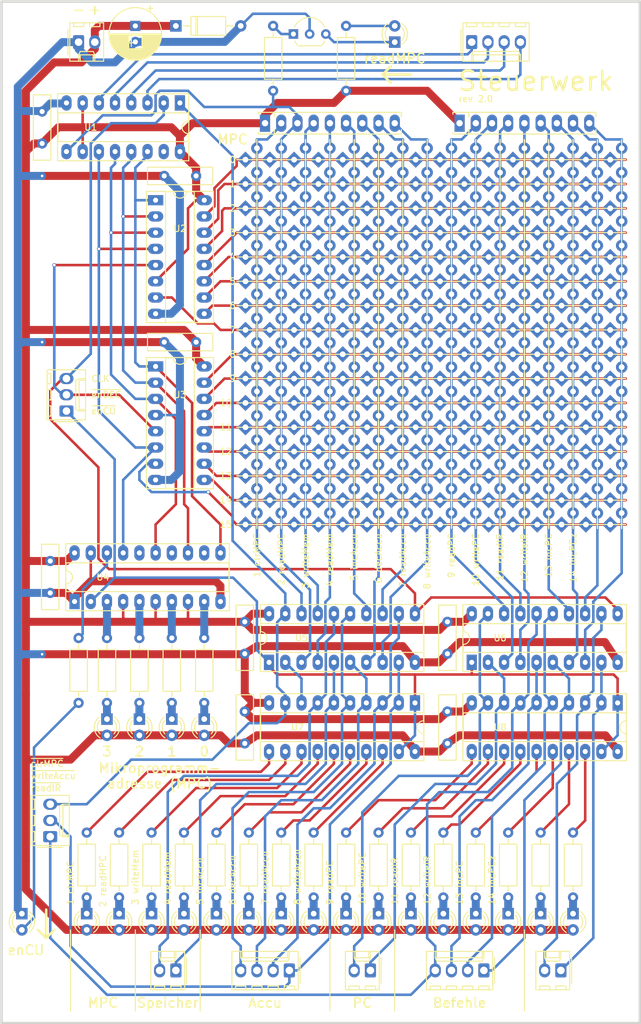
<source format=kicad_pcb>
(kicad_pcb (version 20221018) (generator pcbnew)
  (layers (0 "F.Cu" signal) (31 "B.Cu" signal) (34 "B.Paste" user) (35 "F.Paste" user) (36 "B.SilkS" user "B.Silkscreen") (37 "F.SilkS" user "F.Silkscreen") (38 "B.Mask" user) (39 "F.Mask" user) (44 "Edge.Cuts" user))
  (net 0 "")
  (net 1 "GND")
  (net 2 "Net-(R3-Pad1)")
  (net 3 "Net-(R4-Pad1)")
  (net 4 "Net-(R5-Pad1)")
  (net 5 "Net-(R6-Pad1)")
  (net 6 "Net-(R7-Pad1)")
  (net 7 "Net-(R8-Pad1)")
  (net 8 "Net-(R9-Pad1)")
  (net 9 "Net-(R10-Pad1)")
  (net 10 "Net-(R11-Pad1)")
  (net 11 "Net-(R13-Pad1)")
  (net 12 "Net-(R14-Pad1)")
  (net 13 "Net-(R15-Pad1)")
  (net 14 "Net-(D1-K)")
  (net 15 "Net-(R17-Pad1)")
  (net 16 "Net-(R19-Pad1)")
  (net 17 "VCC")
  (net 18 "Net-(R21-Pad1)")
  (net 19 "Net-(D1-A)")
  (net 20 "Net-(D101-A)")
  (net 21 "Net-(D205-A)")
  (net 22 "Net-(D174-A)")
  (net 23 "Net-(D100-A)")
  (net 24 "Net-(D10-A)")
  (net 25 "Net-(D11-A)")
  (net 26 "Net-(D104-A)")
  (net 27 "Net-(D108-A)")
  (net 28 "/h3")
  (net 29 "/h10")
  (net 30 "/h11")
  (net 31 "/h14")
  (net 32 "/h2")
  (net 33 "/h1")
  (net 34 "/h4")
  (net 35 "/h8")
  (net 36 "/h13")
  (net 37 "/h6")
  (net 38 "/h5")
  (net 39 "/h9")
  (net 40 "/h0")
  (net 41 "/h7")
  (net 42 "/h12")
  (net 43 "/h15")
  (net 44 "Net-(D17-A)")
  (net 45 "Net-(D102-A)")
  (net 46 "Net-(D105-A)")
  (net 47 "Net-(D103-A)")
  (net 48 "Net-(D173-A)")
  (net 49 "Net-(D177-A)")
  (net 50 "Net-(D43-K)")
  (net 51 "Net-(D44-K)")
  (net 52 "Net-(D45-K)")
  (net 53 "Net-(D46-K)")
  (net 54 "Net-(D47-A)")
  (net 55 "Net-(R12-Pad1)")
  (net 56 "Net-(R16-Pad1)")
  (net 57 "Net-(R18-Pad1)")
  (net 58 "Net-(R20-Pad1)")
  (net 59 "Net-(R22-Pad1)")
  (net 60 "Net-(R23-Pad1)")
  (net 61 "Net-(D48-K)")
  (net 62 "Net-(D49-K)")
  (net 63 "Net-(D50-K)")
  (net 64 "Net-(D51-K)")
  (net 65 "Net-(D52-K)")
  (net 66 "Net-(D53-K)")
  (net 67 "Net-(D54-K)")
  (net 68 "Net-(D55-K)")
  (net 69 "Net-(D56-K)")
  (net 70 "Net-(D57-K)")
  (net 71 "Net-(D58-K)")
  (net 72 "/CLK")
  (net 73 "/~{clrMPC}")
  (net 74 "/~{writeAccu}")
  (net 75 "/~{readR}")
  (net 76 "/~{enDEC}")
  (net 77 "/~{enCU}")
  (net 78 "Net-(D59-K)")
  (net 79 "Net-(D60-K)")
  (net 80 "Net-(D61-K)")
  (net 81 "Net-(D62-K)")
  (net 82 "Net-(D63-K)")
  (net 83 "Net-(D178-A)")
  (net 84 "Net-(D179-A)")
  (net 85 "Net-(J1-Pin_1)")
  (net 86 "Net-(J1-Pin_2)")
  (net 87 "Net-(J1-Pin_3)")
  (net 88 "Net-(J1-Pin_4)")
  (net 89 "Net-(J5-Pin_1)")
  (net 90 "Net-(J5-Pin_2)")
  (net 91 "Net-(J6-Pin_2)")
  (net 92 "Net-(J6-Pin_3)")
  (net 93 "Net-(J6-Pin_4)")
  (net 94 "Net-(J7-Pin_1)")
  (net 95 "Net-(J7-Pin_2)")
  (net 96 "Net-(J8-Pin_1)")
  (net 97 "Net-(J8-Pin_2)")
  (net 98 "Net-(J8-Pin_3)")
  (net 99 "Net-(J9-Pin_1)")
  (net 100 "Net-(J9-Pin_2)")
  (net 101 "Net-(Q1-B)")
  (net 102 "Net-(U1-QD)")
  (net 103 "Net-(U1-QC)")
  (net 104 "Net-(U1-QB)")
  (net 105 "Net-(U1-QA)")
  (net 110 "Net-(U5-O0)")
  (footprint "Resistor_THT:R_Axial_DIN0207_L6.3mm_D2.5mm_P10.16mm_Horizontal" (layer "F.Cu") (at 53.376 133.310998 -90)
    (fp_text reference "R7")
    (fp_text value "680")
  )
  (footprint "Resistor_THT:R_Axial_DIN0207_L6.3mm_D2.5mm_P10.16mm_Horizontal" (layer "F.Cu") (at 95.286 37.425998 -90)
    (fp_text reference "R1")
    (fp_text value "680")
  )
  (footprint "Resistor_THT:R_Axial_DIN0207_L6.3mm_D2.5mm_P10.16mm_Horizontal" (layer "F.Cu") (at 83.856 37.425998 -90)
    (fp_text reference "R2")
    (fp_text value "1k")
  )
  (footprint "Package_TO_SOT_THT:TO-92_Inline_Wide" (layer "F.Cu") (at 87.031 38.695998)
    (fp_text reference "Q1" hide)
    (fp_text value "Q_PNP_BCE" hide)
  )
  (footprint "bonsai:LED_Diodenmatrix" (layer "F.Cu") (at 79.519949 96.480998 45)
    (fp_text reference "D28" hide)
    (fp_text value "Led_Small" hide)
  )
  (footprint "bonsai:LED_Diodenmatrix" (layer "F.Cu") (at 79.519949 100.290998 45)
    (fp_text reference "D32" hide)
    (fp_text value "Led_Small" hide)
  )
  (footprint "bonsai:LED_Diodenmatrix" (layer "F.Cu") (at 79.519949 111.720998 45)
    (fp_text reference "D39" hide)
    (fp_text value "Led_Small" hide)
  )
  (footprint "bonsai:LED_Diodenmatrix" (layer "F.Cu") (at 87.139949 66.000998 45)
    (fp_text reference "D8" hide)
    (fp_text value "Led_Small" hide)
  )
  (footprint "bonsai:LED_Diodenmatrix" (layer "F.Cu") (at 87.139949 73.620998 45)
    (fp_text reference "D12" hide)
    (fp_text value "Led_Small" hide)
  )
  (footprint "bonsai:LED_Diodenmatrix" (layer "F.Cu") (at 87.139949 88.860998 45)
    (fp_text reference "D22" hide)
    (fp_text value "Led_Small" hide)
  )
  (footprint "bonsai:LED_Diodenmatrix" (layer "F.Cu") (at 87.139949 111.720998 45)
    (fp_text reference "D40" hide)
    (fp_text value "Led_Small" hide)
  )
  (footprint "bonsai:LED_Diodenmatrix" (layer "F.Cu") (at 90.949949 81.240998 45)
    (fp_text reference "D18" hide)
    (fp_text value "Led_Small" hide)
  )
  (footprint "bonsai:LED_Diodenmatrix" (layer "F.Cu") (at 90.949949 96.480998 45)
    (fp_text reference "D29" hide)
    (fp_text value "Led_Small" hide)
  )
  (footprint "bonsai:LED_Diodenmatrix" (layer "F.Cu") (at 98.569949 92.670998 45)
    (fp_text reference "D25" hide)
    (fp_text value "Led_Small" hide)
  )
  (footprint "bonsai:LED_Diodenmatrix" (layer "F.Cu") (at 102.379949 88.860998 45)
    (fp_text reference "D23" hide)
    (fp_text value "Led_Small" hide)
  )
  (footprint "bonsai:LED_Diodenmatrix" (layer "F.Cu") (at 106.189949 81.240998 45)
    (fp_text reference "D19" hide)
    (fp_text value "Led_Small" hide)
  )
  (footprint "bonsai:LED_Diodenmatrix" (layer "F.Cu") (at 106.189949 96.480998 45)
    (fp_text reference "D30" hide)
    (fp_text value "Led_Small" hide)
  )
  (footprint "bonsai:LED_Diodenmatrix" (layer "F.Cu") (at 109.999949 100.290998 45)
    (fp_text reference "D33" hide)
    (fp_text value "Led_Small" hide)
  )
  (footprint "bonsai:LED_Diodenmatrix" (layer "F.Cu") (at 113.809949 58.380998 45)
    (fp_text reference "D4" hide)
    (fp_text value "Led_Small" hide)
  )
  (footprint "bonsai:LED_Diodenmatrix" (layer "F.Cu") (at 117.619949 62.190998 45)
    (fp_text reference "D6" hide)
    (fp_text value "Led_Small" hide)
  )
  (footprint "bonsai:LED_Diodenmatrix" (layer "F.Cu") (at 121.429949 81.240998 45)
    (fp_text reference "D20" hide)
    (fp_text value "Led_Small" hide)
  )
  (footprint "bonsai:LED_Diodenmatrix" (layer "F.Cu") (at 121.429949 88.860998 45)
    (fp_text reference "D24" hide)
    (fp_text value "Led_Small" hide)
  )
  (footprint "bonsai:LED_Diodenmatrix" (layer "F.Cu") (at 121.429949 92.670998 45)
    (fp_text reference "D26" hide)
    (fp_text value "Led_Small" hide)
  )
  (footprint "bonsai:LED_Diodenmatrix" (layer "F.Cu") (at 121.429949 96.480998 45)
    (fp_text reference "D31" hide)
    (fp_text value "Led_Small" hide)
  )
  (footprint "bonsai:LED_Diodenmatrix" (layer "F.Cu") (at 121.429949 100.290998 45)
    (fp_text reference "D34" hide)
    (fp_text value "Led_Small" hide)
  )
  (footprint "bonsai:LED_Diodenmatrix" (layer "F.Cu") (at 121.429949 104.100998 45)
    (fp_text reference "D35" hide)
    (fp_text value "Led_Small" hide)
  )
  (footprint "bonsai:LED_Diodenmatrix" (layer "F.Cu") (at 121.429949 111.720998 45)
    (fp_text reference "D41" hide)
    (fp_text value "Led_Small" hide)
  )
  (footprint "bonsai:LED_Diodenmatrix" (layer "F.Cu") (at 125.239949 104.100998 45)
    (fp_text reference "D36" hide)
    (fp_text value "Led_Small" hide)
  )
  (footprint "bonsai:LED_Diodenmatrix" (layer "F.Cu") (at 129.049949 111.720998 45)
    (fp_text reference "D42" hide)
    (fp_text value "Led_Small" hide)
  )
  (footprint "LED_THT:LED_D3.0mm" (layer "F.Cu") (at 44.486 176.490998 -90)
    (fp_text reference "D47" hide)
    (fp_text value "LED" hide)
  )
  (footprint "LED_THT:LED_D3.0mm" (layer "F.Cu") (at 102.906 39.965998 90)
    (fp_text reference "D1" hide)
    (fp_text value "LED" hide)
  )
  (footprint "LED_THT:LED_D3.0mm" (layer "F.Cu") (at 64.806 176.490998 -90)
    (fp_text reference "D50" hide)
    (fp_text value "LED" hide)
  )
  (footprint "Resistor_THT:R_Axial_DIN0207_L6.3mm_D2.5mm_P10.16mm_Horizontal" (layer "F.Cu") (at 54.646 163.790998 -90)
    (fp_text reference "R8")
    (fp_text value "680")
  )
  (footprint "LED_THT:LED_D3.0mm" (layer "F.Cu") (at 115.606 176.490998 -90)
    (fp_text reference "D60" hide)
    (fp_text value "LED" hide)
  )
  (footprint "Resistor_THT:R_Axial_DIN0207_L6.3mm_D2.5mm_P10.16mm_Horizontal" (layer "F.Cu") (at 69.886 163.790998 -90)
    (fp_text reference "R11")
    (fp_text value "680")
  )
  (footprint "Resistor_THT:R_Axial_DIN0207_L6.3mm_D2.5mm_P10.16mm_Horizontal" (layer "F.Cu") (at 59.726 163.790998 -90)
    (fp_text reference "R9")
    (fp_text value "680")
  )
  (footprint "Resistor_THT:R_Axial_DIN0207_L6.3mm_D2.5mm_P10.16mm_Horizontal" (layer "F.Cu") (at 125.766 163.790998 -90)
    (fp_text reference "R22")
    (fp_text value "680")
  )
  (footprint "Resistor_THT:R_Axial_DIN0207_L6.3mm_D2.5mm_P10.16mm_Horizontal" (layer "F.Cu") (at 120.686 163.790998 -90)
    (fp_text reference "R21")
    (fp_text value "680")
  )
  (footprint "Resistor_THT:R_Axial_DIN0207_L6.3mm_D2.5mm_P10.16mm_Horizontal" (layer "F.Cu") (at 110.526 163.790998 -90)
    (fp_text reference "R19")
    (fp_text value "680")
  )
  (footprint "LED_THT:LED_D3.0mm" (layer "F.Cu") (at 80.046 176.490998 -90)
    (fp_text reference "D53" hide)
    (fp_text value "LED" hide)
  )
  (footprint "LED_THT:LED_D3.0mm" (layer "F.Cu") (at 110.526 176.490998 -90)
    (fp_text reference "D59" hide)
    (fp_text value "LED" hide)
  )
  (footprint "LED_THT:LED_D3.0mm" (layer "F.Cu") (at 105.446 176.490998 -90)
    (fp_text reference "D58" hide)
    (fp_text value "LED" hide)
  )
  (footprint "Resistor_THT:R_Axial_DIN0207_L6.3mm_D2.5mm_P10.16mm_Horizontal" (layer "F.Cu") (at 90.206 163.790998 -90)
    (fp_text reference "R15")
    (fp_text value "680")
  )
  (footprint "LED_THT:LED_D3.0mm" (layer "F.Cu") (at 100.366 176.490998 -90)
    (fp_text reference "D57" hide)
    (fp_text value "LED" hide)
  )
  (footprint "LED_THT:LED_D3.0mm" (layer "F.Cu") (at 85.126 176.490998 -90)
    (fp_text reference "D54" hide)
    (fp_text value "LED" hide)
  )
  (footprint "LED_THT:LED_D3.0mm" (layer "F.Cu") (at 130.846 176.490998 -90)
    (fp_text reference "D63" hide)
    (fp_text value "LED" hide)
  )
  (footprint "Resistor_THT:R_Axial_DIN0207_L6.3mm_D2.5mm_P10.16mm_Horizontal" (layer "F.Cu") (at 105.446 163.790998 -90)
    (fp_text reference "R18")
    (fp_text value "680")
  )
  (footprint "Resistor_THT:R_Axial_DIN0207_L6.3mm_D2.5mm_P10.16mm_Horizontal" (layer "F.Cu") (at 95.286 163.790998 -90)
    (fp_text reference "R16")
    (fp_text value "680")
  )
  (footprint "LED_THT:LED_D3.0mm" (layer "F.Cu") (at 69.886 176.490998 -90)
    (fp_text reference "D51" hide)
    (fp_text value "LED" hide)
  )
  (footprint "Resistor_THT:R_Axial_DIN0207_L6.3mm_D2.5mm_P10.16mm_Horizontal" (layer "F.Cu") (at 130.846 163.790998 -90)
    (fp_text reference "R23")
    (fp_text value "680")
  )
  (footprint "Resistor_THT:R_Axial_DIN0207_L6.3mm_D2.5mm_P10.16mm_Horizontal" (layer "F.Cu") (at 74.966 163.790998 -90)
    (fp_text reference "R12")
    (fp_text value "680")
  )
  (footprint "Resistor_THT:R_Axial_DIN0207_L6.3mm_D2.5mm_P10.16mm_Horizontal" (layer "F.Cu") (at 115.606 163.790998 -90)
    (fp_text reference "R20")
    (fp_text value "680")
  )
  (footprint "LED_THT:LED_D3.0mm" (layer "F.Cu") (at 90.206 176.490998 -90)
    (fp_text reference "D55" hide)
    (fp_text value "LED" hide)
  )
  (footprint "Resistor_THT:R_Axial_DIN0207_L6.3mm_D2.5mm_P10.16mm_Horizontal" (layer "F.Cu") (at 100.366 163.790998 -90)
    (fp_text reference "R17")
    (fp_text value "680")
  )
  (footprint "LED_THT:LED_D3.0mm" (layer "F.Cu") (at 74.966 176.490998 -90)
    (fp_text reference "D52" hide)
    (fp_text value "LED" hide)
  )
  (footprint "LED_THT:LED_D3.0mm" (layer "F.Cu") (at 95.286 176.490998 -90)
    (fp_text reference "D56" hide)
    (fp_text value "LED" hide)
  )
  (footprint "LED_THT:LED_D3.0mm" (layer "F.Cu") (at 120.686 176.490998 -90)
    (fp_text reference "D61" hide)
    (fp_text value "LED" hide)
  )
  (footprint "Package_DIP:DIP-20_W7.62mm_Socket_LongPads" (layer "F.Cu") (at 114.971 137.120998 90)
    (fp_text reference "U6")
    (fp_text value "74HC374")
  )
  (footprint "Resistor_THT:R_Axial_DIN0207_L6.3mm_D2.5mm_P10.16mm_Horizontal" (layer "F.Cu") (at 80.046 163.790998 -90)
    (fp_text reference "R13")
    (fp_text value "680")
  )
  (footprint "Resistor_THT:R_Axial_DIN0207_L6.3mm_D2.5mm_P10.16mm_Horizontal" (layer "F.Cu") (at 85.126 163.790998 -90)
    (fp_text reference "R14")
    (fp_text value "680")
  )
  (footprint "LED_THT:LED_D3.0mm" (layer "F.Cu") (at 125.766 176.490998 -90)
    (fp_text reference "D62" hide)
    (fp_text value "LED" hide)
  )
  (footprint "bonsai:LED_Diodenmatrix" (layer "F.Cu") (at 102.379949 73.620998 45)
    (fp_text reference "D13" hide)
    (fp_text value "Led_Small" hide)
  )
  (footprint "bonsai:LED_Diodenmatrix" (layer "F.Cu") (at 94.759949 77.430998 45)
    (fp_text reference "D15" hide)
    (fp_text value "Led_Small" hide)
  )
  (footprint "bonsai:LED_Diodenmatrix" (layer "F.Cu") (at 121.429949 85.050998 45)
    (fp_text reference "D21" hide)
    (fp_text value "Led_Small" hide)
  )
  (footprint "bonsai:LED_Diodenmatrix" (layer "F.Cu") (at 79.519949 81.240998 45)
    (fp_text reference "D10" hide)
    (fp_text value "Led_Small" hide)
  )
  (footprint "bonsai:LED_Diodenmatrix" (layer "F.Cu") (at 125.239949 77.430998 45)
    (fp_text reference "D17" hide)
    (fp_text value "Led_Small" hide)
  )
  (footprint "bonsai:LED_Diodenmatrix" (layer "F.Cu") (at 87.139949 62.190998 45)
    (fp_text reference "D3" hide)
    (fp_text value "Led_Small" hide)
  )
  (footprint "Package_DIP:DIP-16_W7.62mm_Socket_LongPads" (layer "F.Cu") (at 65.441 90.765998)
    (fp_text reference "U3")
    (fp_text value "74HC138")
  )
  (footprint "bonsai:LED_Diodenmatrix" (layer "F.Cu") (at 87.139949 107.910998 45)
    (fp_text reference "D37" hide)
    (fp_text value "Led_Small" hide)
  )
  (footprint "bonsai:LED_Diodenmatrix" (layer "F.Cu") (at 125.239949 92.670998 45)
    (fp_text reference "D27" hide)
    (fp_text value "Led_Small" hide)
  )
  (footprint "bonsai:LED_Diodenmatrix" (layer "F.Cu") (at 121.429949 107.910998 45)
    (fp_text reference "D38" hide)
    (fp_text value "Led_Small" hide)
  )
  (footprint "Package_SIP:SIP9_Housing_BigPads" (layer "F.Cu") (at 113.066 52.665998)
    (fp_text reference "RP2" hide)
    (fp_text value "R_PACK8BUSSED 10k" hide)
  )
  (footprint "bonsai:LED_Diodenmatrix" (layer "F.Cu") (at 121.429949 73.620998 45)
    (fp_text reference "D14" hide)
    (fp_text value "Led_Small" hide)
  )
  (footprint "bonsai:LED_Diodenmatrix" (layer "F.Cu") (at 121.429949 77.430998 45)
    (fp_text reference "D16" hide)
    (fp_text value "Led_Small" hide)
  )
  (footprint "Capacitor_THT:C_Disc_D10.0mm_W2.5mm_P5.00mm" (layer "F.Cu") (at 79.411 130.770998 -90)
    (fp_text reference "C8" hide)
    (fp_text value "100n" hide)
  )
  (footprint "Capacitor_THT:C_Disc_D10.0mm_W2.5mm_P5.00mm" (layer "F.Cu") (at 111.161 130.770998 -90)
    (fp_text reference "C5" hide)
    (fp_text value "100n" hide)
  )
  (footprint "Package_DIP:DIP-20_W7.62mm_Socket_LongPads" (layer "F.Cu") (at 137.831 143.470998 -90)
    (fp_text reference "U8")
    (fp_text value "74HC541")
  )
  (footprint "Package_SIP:SIP9_Housing_BigPads" (layer "F.Cu") (at 82.586 52.665998)
    (fp_text reference "RP1" hide)
    (fp_text value "R_PACK8BUSSED 10K" hide)
  )
  (footprint "Capacitor_THT:C_Disc_D10.0mm_W2.5mm_P5.00mm" (layer "F.Cu") (at 47.661 55.840998 90)
    (fp_text reference "C3" hide)
    (fp_text value "100n" hide)
  )
  (footprint "Package_DIP:DIP-16_W7.62mm_Socket_LongPads" (layer "F.Cu") (at 69.251 49.490998 -90)
    (fp_text reference "U1")
    (fp_text value "74LHC161")
  )
  (footprint "Capacitor_THT:C_Disc_D10.0mm_W2.5mm_P5.00mm" (layer "F.Cu") (at 71.791 60.920998 180)
    (fp_text reference "C7" hide)
    (fp_text value "100n" hide)
  )
  (footprint "Package_DIP:DIP-20_W7.62mm_Socket_LongPads" (layer "F.Cu") (at 52.741 127.595998 90)
    (fp_text reference "U4")
    (fp_text value "74HC240")
  )
  (footprint "Capacitor_THT:C_Disc_D10.0mm_W2.5mm_P5.00mm" (layer "F.Cu") (at 48.931 121.245998 -90)
    (fp_text reference "C4" hide)
    (fp_text value "100n" hide)
  )
  (footprint "Capacitor_THT:C_Disc_D10.0mm_W2.5mm_P5.00mm" (layer "F.Cu") (at 71.791 86.955998 180)
    (fp_text reference "C2" hide)
    (fp_text value "100n" hide)
  )
  (footprint "Connector_Molex:Molex_KK-254_AE-6410-02A_1x02_P2.54mm_Vertical" (layer "F.Cu") (at 53.376 39.965998)
    (fp_text reference "J2" hide)
    (fp_text value "Conn_01x02" hide)
  )
  (footprint "Connector_Molex:Molex_KK-254_AE-6410-04A_1x04_P2.54mm_Vertical" (layer "F.Cu") (at 86.396 185.380998 180)
    (fp_text reference "J6" hide)
    (fp_text value "Conn_01x04" hide)
  )
  (footprint "Connector_Molex:Molex_KK-254_AE-6410-04A_1x04_P2.54mm_Vertical" (layer "F.Cu") (at 116.876 185.380998 180)
    (fp_text reference "J8" hide)
    (fp_text value "Conn_01x04" hide)
  )
  (footprint "Connector_Molex:Molex_KK-254_AE-6410-02A_1x02_P2.54mm_Vertical" (layer "F.Cu") (at 99.096 185.380998 180)
    (fp_text reference "J7" hide)
    (fp_text value "Conn_01x02" hide)
  )
  (footprint "Capacitor_THT:C_Disc_D10.0mm_W2.5mm_P5.00mm" (layer "F.Cu") (at 79.411 149.820998 90)
    (fp_text reference "C6" hide)
    (fp_text value "100n" hide)
  )
  (footprint "LED_THT:LED_D3.0mm" (layer "F.Cu") (at 54.646 176.490998 -90)
    (fp_text reference "D48" hide)
    (fp_text value "LED" hide)
  )
  (footprint "LED_THT:LED_D3.0mm" (layer "F.Cu") (at 59.726 176.490998 -90)
    (fp_text reference "D49" hide)
    (fp_text value "LED" hide)
  )
  (footprint "Connector_Molex:Molex_KK-254_AE-6410-03A_1x03_P2.54mm_Vertical" (layer "F.Cu") (at 51.471 97.750998 90)
    (fp_text reference "J3" hide)
    (fp_text value "Conn_01x03" hide)
  )
  (footprint "Connector_Molex:Molex_KK-254_AE-6410-03A_1x03_P2.54mm_Vertical" (layer "F.Cu") (at 48.931 164.425998 90)
    (fp_text reference "J4" hide)
    (fp_text value "Conn_01x03")
  )
  (footprint "bonsai:LED_Diodenmatrix" (layer "F.Cu") (at 121.429949 69.810998 45)
    (fp_text reference "D11" hide)
    (fp_text value "Led_Small" hide)
  )
  (footprint "Connector_Molex:Molex_KK-254_AE-6410-04A_1x04_P2.54mm_Vertical" (layer "F.Cu") (at 114.971 39.965998)
    (fp_text reference "J1" hide)
    (fp_text value "Conn_01x04" hide)
  )
  (footprint "Capacitor_THT:CP_Radial_D8.0mm_P2.50mm" (layer "F.Cu") (at 62.266 37.425998 -90)
    (fp_text reference "C1" hide)
    (fp_text value "100u" hide)
  )
  (footprint "Package_DIP:DIP-16_W7.62mm_Socket_LongPads" (layer "F.Cu") (at 65.441 64.730998)
    (fp_text reference "U2")
    (fp_text value "74HC138")
  )
  (footprint "Diode_THT:D_A-405_P10.16mm_Horizontal" (layer "F.Cu") (at 68.616 37.425998)
    (fp_text reference "D2" hide)
    (fp_text value "D" hide)
  )
  (footprint "Package_DIP:DIP-20_W7.62mm_Socket_LongPads" (layer "F.Cu") (at 106.081 143.470998 -90)
    (fp_text reference "U7")
    (fp_text value "74HC541")
  )
  (footprint "Capacitor_THT:C_Disc_D10.0mm_W2.5mm_P5.00mm" (layer "F.Cu") (at 111.161 149.820998 90)
    (fp_text reference "C9" hide)
    (fp_text value "100n" hide)
  )
  (footprint "Package_DIP:DIP-20_W7.62mm_Socket_LongPads" (layer "F.Cu") (at 83.221 137.120998 90)
    (fp_text reference "U5")
    (fp_text value "74HC374")
  )
  (footprint "Connector_Molex:Molex_KK-254_AE-6410-02A_1x02_P2.54mm_Vertical" (layer "F.Cu") (at 68.616 185.380998 180)
    (fp_text reference "J5" hide)
    (fp_text value "Conn_01x02")
  )
  (footprint "Connector_Molex:Molex_KK-254_AE-6410-02A_1x02_P2.54mm_Vertical" (layer "F.Cu") (at 128.941 185.380998 180)
    (fp_text reference "J9" hide)
    (fp_text value "Conn_01x02" hide)
  )
  (footprint "bonsai:LED_Diodenmatrix_Platzhalter" (layer "F.Cu") (at 109.999949 58.380998 45)
    (fp_text reference "D173" hide)
    (fp_text value "bonsai_Led_Small_Platzhalter" hide)
  )
  (footprint "bonsai:LED_Diodenmatrix_Platzhalter" (layer "F.Cu") (at 117.619949 58.380998 45)
    (fp_text reference "D174" hide)
    (fp_text value "bonsai_Led_Small_Platzhalter" hide)
  )
  (footprint "bonsai:LED_Diodenmatrix_Platzhalter" (layer "F.Cu") (at 121.429949 58.380998 45)
    (fp_text reference "D175" hide)
    (fp_text value "bonsai_Led_Small_Platzhalter" hide)
  )
  (footprint "bonsai:LED_Diodenmatrix_Platzhalter" (layer "F.Cu") (at 125.239949 58.380998 45)
    (fp_text reference "D176" hide)
    (fp_text value "bonsai_Led_Small_Platzhalter" hide)
  )
  (footprint "bonsai:LED_Diodenmatrix_Platzhalter" (layer "F.Cu") (at 129.049949 58.380998 45)
    (fp_text reference "D177" hide)
    (fp_text value "bonsai_Led_Small_Platzhalter" hide)
  )
  (footprint "bonsai:LED_Diodenmatrix_Platzhalter" (layer "F.Cu") (at 132.859949 58.380998 45)
    (fp_text reference "D178" hide)
    (fp_text value "bonsai_Led_Small_Platzhalter" hide)
  )
  (footprint "bonsai:LED_Diodenmatrix_Platzhalter" (layer "F.Cu") (at 136.669949 58.380998 45)
    (fp_text reference "D179" hide)
    (fp_text value "bonsai_Led_Small_Platzhalter" hide)
  )
  (footprint "LED_THT:LED_D3.0mm" (layer "F.Cu") (at 62.901 146.010998 -90)
    (fp_text reference "D44" hide)
    (fp_text value "LED" hide)
  )
  (footprint "LED_THT:LED_D3.0mm" (layer "F.Cu") (at 67.981 146.010998 -90)
    (fp_text reference "D45" hide)
    (fp_text value "LED" hide)
  )
  (footprint "LED_THT:LED_D3.0mm" (layer "F.Cu") (at 73.061 146.010998 -90)
    (fp_text reference "D46" hide)
    (fp_text value "LED" hide)
  )
  (footprint "LED_THT:LED_D3.0mm" (layer "F.Cu") (at 57.821 146.010998 -90)
    (fp_text reference "D43" hide)
    (fp_text value "LED" hide)
  )
  (footprint "Resistor_THT:R_Axial_DIN0207_L6.3mm_D2.5mm_P10.16mm_Horizontal" (layer "F.Cu") (at 57.821 133.310998 -90)
    (fp_text reference "R3")
    (fp_text value "680")
  )
  (footprint "Resistor_THT:R_Axial_DIN0207_L6.3mm_D2.5mm_P10.16mm_Horizontal" (layer "F.Cu") (at 62.901 133.310998 -90)
    (fp_text reference "R4")
    (fp_text value "680")
  )
  (footprint "Resistor_THT:R_Axial_DIN0207_L6.3mm_D2.5mm_P10.16mm_Horizontal" (layer "F.Cu") (at 73.061 133.310998 -90)
    (fp_text reference "R6")
    (fp_text value "680")
  )
  (footprint "Resistor_THT:R_Axial_DIN0207_L6.3mm_D2.5mm_P10.16mm_Horizontal" (layer "F.Cu") (at 67.981 133.310998 -90)
    (fp_text reference "R5")
    (fp_text value "680")
  )
  (footprint "bonsai:LED_Diodenmatrix_Platzhalter" (layer "F.Cu") (at 121.429949 62.190998 45)
    (fp_text reference "D181" hide)
    (fp_text value "bonsai_Led_Small_Platzhalter" hide)
  )
  (footprint "bonsai:LED_Diodenmatrix_Platzhalter" (layer "F.Cu") (at 125.239949 62.190998 45)
    (fp_text reference "D182" hide)
    (fp_text value "bonsai_Led_Small_Platzhalter" hide)
  )
  (footprint "bonsai:LED_Diodenmatrix_Platzhalter" (layer "F.Cu") (at 129.049949 62.190998 45)
    (fp_text reference "D183" hide)
    (fp_text value "bonsai_Led_Small_Platzhalter" hide)
  )
  (footprint "bonsai:LED_Diodenmatrix_Platzhalter" (layer "F.Cu") (at 132.859949 62.190998 45)
    (fp_text reference "D184" hide)
    (fp_text value "bonsai_Led_Small_Platzhalter" hide)
  )
  (footprint "bonsai:LED_Diodenmatrix_Platzhalter" (layer "F.Cu") (at 136.669949 62.190998 45)
    (fp_text reference "D185" hide)
    (fp_text value "bonsai_Led_Small_Platzhalter" hide)
  )
  (footprint "bonsai:LED_Diodenmatrix_Platzhalter" (layer "F.Cu") (at 109.999949 66.000998 45)
    (fp_text reference "D186" hide)
    (fp_text value "bonsai_Led_Small_Platzhalter" hide)
  )
  (footprint "bonsai:LED_Diodenmatrix_Platzhalter" (layer "F.Cu") (at 117.619949 66.000998 45)
    (fp_text reference "D187" hide)
    (fp_text value "bonsai_Led_Small_Platzhalter" hide)
  )
  (footprint "bonsai:LED_Diodenmatrix_Platzhalter" (layer "F.Cu") (at 121.429949 66.000998 45)
    (fp_text reference "D188" hide)
    (fp_text value "bonsai_Led_Small_Platzhalter" hide)
  )
  (footprint "bonsai:LED_Diodenmatrix_Platzhalter" (layer "F.Cu") (at 125.239949 66.000998 45)
    (fp_text reference "D189" hide)
    (fp_text value "bonsai_Led_Small_Platzhalter" hide)
  )
  (footprint "bonsai:LED_Diodenmatrix_Platzhalter" (layer "F.Cu") (at 129.049949 66.000998 45)
    (fp_text reference "D190" hide)
    (fp_text value "bonsai_Led_Small_Platzhalter" hide)
  )
  (footprint "bonsai:LED_Diodenmatrix_Platzhalter" (layer "F.Cu") (at 132.859949 66.000998 45)
    (fp_text reference "D191" hide)
    (fp_text value "bonsai_Led_Small_Platzhalter" hide)
  )
  (footprint "bonsai:LED_Diodenmatrix_Platzhalter" (layer "F.Cu") (at 136.669949 66.000998 45)
    (fp_text reference "D192" hide)
    (fp_text value "bonsai_Led_Small_Platzhalter" hide)
  )
  (footprint "bonsai:LED_Diodenmatrix_Platzhalter" (layer "F.Cu") (at 109.999949 73.620998 45)
    (fp_text reference "D194" hide)
    (fp_text value "bonsai_Led_Small_Platzhalter" hide)
  )
  (footprint "bonsai:LED_Diodenmatrix_Platzhalter" (layer "F.Cu") (at 109.999949 77.430998 45)
    (fp_text reference "D195" hide)
    (fp_text value "bonsai_Led_Small_Platzhalter" hide)
  )
  (footprint "bonsai:LED_Diodenmatrix_Platzhalter" (layer "F.Cu") (at 109.999949 81.240998 45)
    (fp_text reference "D196" hide)
    (fp_text value "bonsai_Led_Small_Platzhalter" hide)
  )
  (footprint "bonsai:LED_Diodenmatrix_Platzhalter" (layer "F.Cu") (at 109.999949 85.050998 45)
    (fp_text reference "D197" hide)
    (fp_text value "bonsai_Led_Small_Platzhalter" hide)
  )
  (footprint "bonsai:LED_Diodenmatrix_Platzhalter" (layer "F.Cu") (at 109.999949 88.860998 45)
    (fp_text reference "D198" hide)
    (fp_text value "bonsai_Led_Small_Platzhalter" hide)
  )
  (footprint "bonsai:LED_Diodenmatrix_Platzhalter" (layer "F.Cu") (at 109.999949 92.670998 45)
    (fp_text reference "D199" hide)
    (fp_text value "bonsai_Led_Small_Platzhalter" hide)
  )
  (footprint "bonsai:LED_Diodenmatrix_Platzhalter" (layer "F.Cu") (at 109.999949 96.480998 45)
    (fp_text reference "D200" hide)
    (fp_text value "bonsai_Led_Small_Platzhalter" hide)
  )
  (footprint "bonsai:LED_Diodenmatrix_Platzhalter" (layer "F.Cu") (at 109.999949 104.100998 45)
    (fp_text reference "D201" hide)
    (fp_text value "bonsai_Led_Small_Platzhalter" hide)
  )
  (footprint "bonsai:LED_Diodenmatrix_Platzhalter" (layer "F.Cu") (at 109.999949 107.910998 45)
    (fp_text reference "D202" hide)
    (fp_text value "bonsai_Led_Small_Platzhalter" hide)
  )
  (footprint "bonsai:LED_Diodenmatrix_Platzhalter" (layer "F.Cu") (at 109.999949 111.720998 45)
    (fp_text reference "D203" hide)
    (fp_text value "bonsai_Led_Small_Platzhalter" hide)
  )
  (footprint "bonsai:LED_Diodenmatrix_Platzhalter" (layer "F.Cu") (at 109.999949 115.530998 45)
    (fp_text reference "D204" hide)
    (fp_text value "bonsai_Led_Small_Platzhalter" hide)
  )
  (footprint "bonsai:LED_Diodenmatrix_Platzhalter" (layer "F.Cu") (at 109.999949 69.810998 45)
    (fp_text reference "D193" hide)
    (fp_text value "bonsai_Led_Small_Platzhalter" hide)
  )
  (footprint "bonsai:LED_Diodenmatrix" (layer "F.Cu") (at 83.329949 66.000998 45)
    (fp_text reference "D7" hide)
    (fp_text value "Led_Small" hide)
  )
  (footprint "bonsai:LED_Diodenmatrix_Platzhalter" (layer "F.Cu") (at 113.809949 69.810998 45)
    (fp_text reference "D205" hide)
    (fp_text value "bonsai_Led_Small_Platzhalter" hide)
  )
  (footprint "bonsai:LED_Diodenmatrix_Platzhalter" (layer "F.Cu") (at 113.809949 73.620998 45)
    (fp_text reference "D206" hide)
    (fp_text value "bonsai_Led_Small_Platzhalter" hide)
  )
  (footprint "bonsai:LED_Diodenmatrix_Platzhalter" (layer "F.Cu") (at 113.809949 77.430998 45)
    (fp_text reference "D207" hide)
    (fp_text value "bonsai_Led_Small_Platzhalter" hide)
  )
  (footprint "bonsai:LED_Diodenmatrix_Platzhalter" (layer "F.Cu") (at 113.809949 81.240998 45)
    (fp_text reference "D208" hide)
    (fp_text value "bonsai_Led_Small_Platzhalter" hide)
  )
  (footprint "bonsai:LED_Diodenmatrix_Platzhalter" (layer "F.Cu") (at 113.809949 85.050998 45)
    (fp_text reference "D209" hide)
    (fp_text value "bonsai_Led_Small_Platzhalter" hide)
  )
  (footprint "bonsai:LED_Diodenmatrix_Platzhalter" (layer "F.Cu") (at 113.809949 88.860998 45)
    (fp_text reference "D210" hide)
    (fp_text value "bonsai_Led_Small_Platzhalter" hide)
  )
  (footprint "bonsai:LED_Diodenmatrix_Platzhalter" (layer "F.Cu") (at 113.809949 92.670998 45)
    (fp_text reference "D211" hide)
    (fp_text value "bonsai_Led_Small_Platzhalter" hide)
  )
  (footprint "bonsai:LED_Diodenmatrix_Platzhalter" (layer "F.Cu") (at 113.809949 96.480998 45)
    (fp_text reference "D212" hide)
    (fp_text value "bonsai_Led_Small_Platzhalter" hide)
  )
  (footprint "bonsai:LED_Diodenmatrix_Platzhalter" (layer "F.Cu") (at 113.809949 100.290998 45)
    (fp_text reference "D213" hide)
    (fp_text value "bonsai_Led_Small_Platzhalter" hide)
  )
  (footprint "bonsai:LED_Diodenmatrix_Platzhalter" (layer "F.Cu") (at 113.809949 104.100998 45)
    (fp_text reference "D214" hide)
    (fp_text value "bonsai_Led_Small_Platzhalter" hide)
  )
  (footprint "bonsai:LED_Diodenmatrix_Platzhalter" (layer "F.Cu") (at 113.809949 107.910998 45)
    (fp_text reference "D215" hide)
    (fp_text value "bonsai_Led_Small_Platzhalter" hide)
  )
  (footprint "bonsai:LED_Diodenmatrix_Platzhalter" (layer "F.Cu") (at 113.809949 111.720998 45)
    (fp_text reference "D216" hide)
    (fp_text value "bonsai_Led_Small_Platzhalter" hide)
  )
  (footprint "bonsai:LED_Diodenmatrix_Platzhalter" (layer "F.Cu") (at 113.809949 115.530998 45)
    (fp_text reference "D217" hide)
    (fp_text value "bonsai_Led_Small_Platzhalter" hide)
  )
  (footprint "bonsai:LED_Diodenmatrix_Platzhalter" (layer "F.Cu") (at 83.329949 58.380998 45)
    (fp_text reference "D65" hide)
    (fp_text value "bonsai_Led_Small_Platzhalter" hide)
  )
  (footprint "bonsai:LED_Diodenmatrix_Platzhalter" (layer "F.Cu") (at 87.139949 58.380998 45)
    (fp_text reference "D66" hide)
    (fp_text value "bonsai_Led_Small_Platzhalter" hide)
  )
  (footprint "bonsai:LED_Diodenmatrix_Platzhalter" (layer "F.Cu") (at 90.949949 58.380998 45)
    (fp_text reference "D67" hide)
    (fp_text value "bonsai_Led_Small_Platzhalter" hide)
  )
  (footprint "bonsai:LED_Diodenmatrix_Platzhalter" (layer "F.Cu") (at 94.759949 58.380998 45)
    (fp_text reference "D68" hide)
    (fp_text value "bonsai_Led_Small_Platzhalter" hide)
  )
  (footprint "bonsai:LED_Diodenmatrix_Platzhalter" (layer "F.Cu") (at 98.569949 58.380998 45)
    (fp_text reference "D69" hide)
    (fp_text value "bonsai_Led_Small_Platzhalter" hide)
  )
  (footprint "bonsai:LED_Diodenmatrix_Platzhalter" (layer "F.Cu") (at 102.379949 58.380998 45)
    (fp_text reference "D70" hide)
    (fp_text value "bonsai_Led_Small_Platzhalter" hide)
  )
  (footprint "bonsai:LED_Diodenmatrix_Platzhalter" (layer "F.Cu") (at 79.519949 62.190998 45)
    (fp_text reference "D72" hide)
    (fp_text value "bonsai_Led_Small_Platzhalter" hide)
  )
  (footprint "bonsai:LED_Diodenmatrix_Platzhalter" (layer "F.Cu") (at 83.329949 62.190998 45)
    (fp_text reference "D73" hide)
    (fp_text value "bonsai_Led_Small_Platzhalter" hide)
  )
  (footprint "bonsai:LED_Diodenmatrix_Platzhalter" (layer "F.Cu") (at 90.949949 62.190998 45)
    (fp_text reference "D74" hide)
    (fp_text value "bonsai_Led_Small_Platzhalter" hide)
  )
  (footprint "bonsai:LED_Diodenmatrix_Platzhalter" (layer "F.Cu") (at 94.759949 62.190998 45)
    (fp_text reference "D75" hide)
    (fp_text value "bonsai_Led_Small_Platzhalter" hide)
  )
  (footprint "bonsai:LED_Diodenmatrix_Platzhalter" (layer "F.Cu") (at 98.569949 62.190998 45)
    (fp_text reference "D76" hide)
    (fp_text value "bonsai_Led_Small_Platzhalter" hide)
  )
  (footprint "bonsai:LED_Diodenmatrix_Platzhalter" (layer "F.Cu") (at 102.379949 62.190998 45)
    (fp_text reference "D77" hide)
    (fp_text value "bonsai_Led_Small_Platzhalter" hide)
  )
  (footprint "bonsai:LED_Diodenmatrix_Platzhalter" (layer "F.Cu") (at 106.189949 62.190998 45)
    (fp_text reference "D78" hide)
    (fp_text value "bonsai_Led_Small_Platzhalter" hide)
  )
  (footprint "bonsai:LED_Diodenmatrix_Platzhalter" (layer "F.Cu") (at 79.519949 66.000998 45)
    (fp_text reference "D79" hide)
    (fp_text value "bonsai_Led_Small_Platzhalter" hide)
  )
  (footprint "bonsai:LED_Diodenmatrix_Platzhalter" (layer "F.Cu") (at 90.949949 66.000998 45)
    (fp_text reference "D80" hide)
    (fp_text value "bonsai_Led_Small_Platzhalter" hide)
  )
  (footprint "bonsai:LED_Diodenmatrix_Platzhalter" (layer "F.Cu") (at 94.759949 66.000998 45)
    (fp_text reference "D81" hide)
    (fp_text value "bonsai_Led_Small_Platzhalter" hide)
  )
  (footprint "bonsai:LED_Diodenmatrix_Platzhalter" (layer "F.Cu") (at 98.569949 66.000998 45)
    (fp_text reference "D82" hide)
    (fp_text value "bonsai_Led_Small_Platzhalter" hide)
  )
  (footprint "bonsai:LED_Diodenmatrix_Platzhalter" (layer "F.Cu") (at 102.379949 66.000998 45)
    (fp_text reference "D83" hide)
    (fp_text value "bonsai_Led_Small_Platzhalter" hide)
  )
  (footprint "bonsai:LED_Diodenmatrix_Platzhalter" (layer "F.Cu") (at 106.189949 66.000998 45)
    (fp_text reference "D84" hide)
    (fp_text value "bonsai_Led_Small_Platzhalter" hide)
  )
  (footprint "bonsai:LED_Diodenmatrix_Platzhalter" (layer "F.Cu") (at 83.329949 69.810998 45)
    (fp_text reference "D86" hide)
    (fp_text value "bonsai_Led_Small_Platzhalter" hide)
  )
  (footprint "bonsai:LED_Diodenmatrix_Platzhalter" (layer "F.Cu") (at 87.139949 69.810998 45)
    (fp_text reference "D87" hide)
    (fp_text value "bonsai_Led_Small_Platzhalter" hide)
  )
  (footprint "bonsai:LED_Diodenmatrix_Platzhalter" (layer "F.Cu") (at 90.949949 69.810998 45)
    (fp_text reference "D88" hide)
    (fp_text value "bonsai_Led_Small_Platzhalter" hide)
  )
  (footprint "bonsai:LED_Diodenmatrix_Platzhalter" (layer "F.Cu") (at 94.759949 69.810998 45)
    (fp_text reference "D89" hide)
    (fp_text value "bonsai_Led_Small_Platzhalter" hide)
  )
  (footprint "bonsai:LED_Diodenmatrix_Platzhalter" (layer "F.Cu") (at 102.379949 69.810998 45)
    (fp_text reference "D91" hide)
    (fp_text value "bonsai_Led_Small_Platzhalter" hide)
  )
  (footprint "bonsai:LED_Diodenmatrix_Platzhalter" (layer "F.Cu") (at 106.189949 69.810998 45)
    (fp_text reference "D92" hide)
    (fp_text value "bonsai_Led_Small_Platzhalter" hide)
  )
  (footprint "bonsai:LED_Diodenmatrix_Platzhalter" (layer "F.Cu") (at 79.519949 73.620998 45)
    (fp_text reference "D93" hide)
    (fp_text value "bonsai_Led_Small_Platzhalter" hide)
  )
  (footprint "bonsai:LED_Diodenmatrix_Platzhalter" (layer "F.Cu") (at 83.329949 73.620998 45)
    (fp_text reference "D94" hide)
    (fp_text value "bonsai_Led_Small_Platzhalter" hide)
  )
  (footprint "bonsai:LED_Diodenmatrix_Platzhalter" (layer "F.Cu") (at 90.949949 73.620998 45)
    (fp_text reference "D95" hide)
    (fp_text value "bonsai_Led_Small_Platzhalter" hide)
  )
  (footprint "bonsai:LED_Diodenmatrix_Platzhalter" (layer "F.Cu") (at 94.759949 73.620998 45)
    (fp_text reference "D96" hide)
    (fp_text value "bonsai_Led_Small_Platzhalter" hide)
  )
  (footprint "bonsai:LED_Diodenmatrix_Platzhalter" (layer "F.Cu") (at 98.569949 73.620998 45)
    (fp_text reference "D97" hide)
    (fp_text value "bonsai_Led_Small_Platzhalter" hide)
  )
  (footprint "bonsai:LED_Diodenmatrix_Platzhalter" (layer "F.Cu") (at 106.189949 73.620998 45)
    (fp_text reference "D98" hide)
    (fp_text value "bonsai_Led_Small_Platzhalter" hide)
  )
  (footprint "bonsai:LED_Diodenmatrix_Platzhalter" (layer "F.Cu") (at 83.329949 77.430998 45)
    (fp_text reference "D100" hide)
    (fp_text value "bonsai_Led_Small_Platzhalter" hide)
  )
  (footprint "bonsai:LED_Diodenmatrix_Platzhalter" (layer "F.Cu") (at 87.139949 77.430998 45)
    (fp_text reference "D101" hide)
    (fp_text value "bonsai_Led_Small_Platzhalter" hide)
  )
  (footprint "bonsai:LED_Diodenmatrix_Platzhalter" (layer "F.Cu") (at 90.949949 77.430998 45)
    (fp_text reference "D102" hide)
    (fp_text value "bonsai_Led_Small_Platzhalter" hide)
  )
  (footprint "bonsai:LED_Diodenmatrix_Platzhalter" (layer "F.Cu") (at 98.569949 77.430998 45)
    (fp_text reference "D103" hide)
    (fp_text value "bonsai_Led_Small_Platzhalter" hide)
  )
  (footprint "bonsai:LED_Diodenmatrix_Platzhalter" (layer "F.Cu") (at 102.379949 77.430998 45)
    (fp_text reference "D104" hide)
    (fp_text value "bonsai_Led_Small_Platzhalter" hide)
  )
  (footprint "bonsai:LED_Diodenmatrix_Platzhalter" (layer "F.Cu") (at 106.189949 77.430998 45)
    (fp_text reference "D105" hide)
    (fp_text value "bonsai_Led_Small_Platzhalter" hide)
  )
  (footprint "bonsai:LED_Diodenmatrix_Platzhalter" (layer "F.Cu") (at 83.329949 81.240998 45)
    (fp_text reference "D106" hide)
    (fp_text value "bonsai_Led_Small_Platzhalter" hide)
  )
  (footprint "bonsai:LED_Diodenmatrix_Platzhalter" (layer "F.Cu") (at 87.139949 81.240998 45)
    (fp_text reference "D107" hide)
    (fp_text value "bonsai_Led_Small_Platzhalter" hide)
  )
  (footprint "bonsai:LED_Diodenmatrix_Platzhalter" (layer "F.Cu") (at 94.759949 81.240998 45)
    (fp_text reference "D108" hide)
    (fp_text value "bonsai_Led_Small_Platzhalter" hide)
  )
  (footprint "bonsai:LED_Diodenmatrix_Platzhalter" (layer "F.Cu") (at 98.569949 81.240998 45)
    (fp_text reference "D109" hide)
    (fp_text value "bonsai_Led_Small_Platzhalter" hide)
  )
  (footprint "bonsai:LED_Diodenmatrix_Platzhalter" (layer "F.Cu") (at 102.379949 81.240998 45)
    (fp_text reference "D110" hide)
    (fp_text value "bonsai_Led_Small_Platzhalter" hide)
  )
  (footprint "bonsai:LED_Diodenmatrix_Platzhalter" (layer "F.Cu") (at 83.329949 85.050998 45)
    (fp_text reference "D112" hide)
    (fp_text value "bonsai_Led_Small_Platzhalter" hide)
  )
  (footprint "bonsai:LED_Diodenmatrix_Platzhalter" (layer "F.Cu") (at 87.139949 85.050998 45)
    (fp_text reference "D113" hide)
    (fp_text value "bonsai_Led_Small_Platzhalter" hide)
  )
  (footprint "bonsai:LED_Diodenmatrix_Platzhalter" (layer "F.Cu") (at 90.949949 85.050998 45)
    (fp_text reference "D114" hide)
    (fp_text value "bonsai_Led_Small_Platzhalter" hide)
  )
  (footprint "bonsai:LED_Diodenmatrix_Platzhalter" (layer "F.Cu") (at 98.569949 85.050998 45)
    (fp_text reference "D116" hide)
    (fp_text value "bonsai_Led_Small_Platzhalter" hide)
  )
  (footprint "bonsai:LED_Diodenmatrix_Platzhalter" (layer "F.Cu") (at 102.379949 85.050998 45)
    (fp_text reference "D117" hide)
    (fp_text value "bonsai_Led_Small_Platzhalter" hide)
  )
  (footprint "bonsai:LED_Diodenmatrix_Platzhalter" (layer "F.Cu") (at 106.189949 85.050998 45)
    (fp_text reference "D118" hide)
    (fp_text value "bonsai_Led_Small_Platzhalter" hide)
  )
  (footprint "bonsai:LED_Diodenmatrix_Platzhalter" (layer "F.Cu") (at 117.619949 69.810998 45)
    (fp_text reference "D218" hide)
    (fp_text value "bonsai_Led_Small_Platzhalter" hide)
  )
  (footprint "bonsai:LED_Diodenmatrix_Platzhalter" (layer "F.Cu") (at 117.619949 73.620998 45)
    (fp_text reference "D219" hide)
    (fp_text value "bonsai_Led_Small_Platzhalter" hide)
  )
  (footprint "bonsai:LED_Diodenmatrix_Platzhalter" (layer "F.Cu") (at 117.619949 77.430998 45)
    (fp_text reference "D220" hide)
    (fp_text value "bonsai_Led_Small_Platzhalter" hide)
  )
  (footprint "bonsai:LED_Diodenmatrix_Platzhalter" (layer "F.Cu") (at 117.619949 81.240998 45)
    (fp_text reference "D221" hide)
    (fp_text value "bonsai_Led_Small_Platzhalter" hide)
  )
  (footprint "bonsai:LED_Diodenmatrix_Platzhalter" (layer "F.Cu") (at 117.619949 85.050998 45)
    (fp_text reference "D222" hide)
    (fp_text value "bonsai_Led_Small_Platzhalter" hide)
  )
  (footprint "bonsai:LED_Diodenmatrix_Platzhalter" (layer "F.Cu") (at 117.619949 88.860998 45)
    (fp_text reference "D223" hide)
    (fp_text value "bonsai_Led_Small_Platzhalter" hide)
  )
  (footprint "bonsai:LED_Diodenmatrix_Platzhalter" (layer "F.Cu") (at 117.619949 92.670998 45)
    (fp_text reference "D224" hide)
    (fp_text value "bonsai_Led_Small_Platzhalter" hide)
  )
  (footprint "bonsai:LED_Diodenmatrix_Platzhalter" (layer "F.Cu") (at 117.619949 96.480998 45)
    (fp_text reference "D225" hide)
    (fp_text value "bonsai_Led_Small_Platzhalter" hide)
  )
  (footprint "bonsai:LED_Diodenmatrix_Platzhalter" (layer "F.Cu") (at 117.619949 100.290998 45)
    (fp_text reference "D226" hide)
    (fp_text value "bonsai_Led_Small_Platzhalter" hide)
  )
  (footprint "bonsai:LED_Diodenmatrix_Platzhalter" (layer "F.Cu") (at 117.619949 104.100998 45)
    (fp_text reference "D227" hide)
    (fp_text value "bonsai_Led_Small_Platzhalter" hide)
  )
  (footprint "bonsai:LED_Diodenmatrix_Platzhalter" (layer "F.Cu") (at 117.619949 107.910998 45)
    (fp_text reference "D228" hide)
    (fp_text value "bonsai_Led_Small_Platzhalter" hide)
  )
  (footprint "bonsai:LED_Diodenmatrix_Platzhalter" (layer "F.Cu") (at 117.619949 111.720998 45)
    (fp_text reference "D229" hide)
    (fp_text value "bonsai_Led_Small_Platzhalter" hide)
  )
  (footprint "bonsai:LED_Diodenmatrix_Platzhalter" (layer "F.Cu") (at 117.619949 115.530998 45)
    (fp_text reference "D230" hide)
    (fp_text value "bonsai_Led_Small_Platzhalter" hide)
  )
  (footprint "bonsai:LED_Diodenmatrix_Platzhalter" (layer "F.Cu") (at 106.189949 58.380998 45)
    (fp_text reference "D71" hide)
    (fp_text value "bonsai_Led_Small_Platzhalter" hide)
  )
  (footprint "bonsai:LED_Diodenmatrix_Platzhalter" (layer "F.Cu") (at 79.519949 85.050998 45)
    (fp_text reference "D111" hide)
    (fp_text value "bonsai_Led_Small_Platzhalter" hide)
  )
  (footprint "bonsai:LED_Diodenmatrix_Platzhalter" (layer "F.Cu") (at 94.759949 85.050998 45)
    (fp_text reference "D115" hide)
    (fp_text value "bonsai_Led_Small_Platzhalter" hide)
  )
  (footprint "bonsai:LED_Diodenmatrix_Platzhalter" (layer "F.Cu") (at 121.429949 115.530998 45)
    (fp_text reference "D231" hide)
    (fp_text value "bonsai_Led_Small_Platzhalter" hide)
  )
  (footprint "bonsai:LED_Diodenmatrix_Platzhalter" (layer "F.Cu") (at 125.239949 69.810998 45)
    (fp_text reference "D232" hide)
    (fp_text value "bonsai_Led_Small_Platzhalter" hide)
  )
  (footprint "bonsai:LED_Diodenmatrix_Platzhalter" (layer "F.Cu") (at 125.239949 73.620998 45)
    (fp_text reference "D233" hide)
    (fp_text value "bonsai_Led_Small_Platzhalter" hide)
  )
  (footprint "bonsai:LED_Diodenmatrix_Platzhalter" (layer "F.Cu") (at 125.239949 81.240998 45)
    (fp_text reference "D234" hide)
    (fp_text value "bonsai_Led_Small_Platzhalter" hide)
  )
  (footprint "bonsai:LED_Diodenmatrix_Platzhalter" (layer "F.Cu") (at 125.239949 85.050998 45)
    (fp_text reference "D235" hide)
    (fp_text value "bonsai_Led_Small_Platzhalter" hide)
  )
  (footprint "bonsai:LED_Diodenmatrix_Platzhalter" (layer "F.Cu") (at 125.239949 88.860998 45)
    (fp_text reference "D236" hide)
    (fp_text value "bonsai_Led_Small_Platzhalter" hide)
  )
  (footprint "bonsai:LED_Diodenmatrix_Platzhalter" (layer "F.Cu") (at 125.239949 96.480998 45)
    (fp_text reference "D237" hide)
    (fp_text value "bonsai_Led_Small_Platzhalter" hide)
  )
  (footprint "bonsai:LED_Diodenmatrix_Platzhalter" (layer "F.Cu") (at 125.239949 100.290998 45)
    (fp_text reference "D238" hide)
    (fp_text value "bonsai_Led_Small_Platzhalter" hide)
  )
  (footprint "bonsai:LED_Diodenmatrix_Platzhalter" (layer "F.Cu") (at 125.239949 107.910998 45)
    (fp_text reference "D239" hide)
    (fp_text value "bonsai_Led_Small_Platzhalter" hide)
  )
  (footprint "bonsai:LED_Diodenmatrix_Platzhalter" (layer "F.Cu") (at 125.239949 111.720998 45)
    (fp_text reference "D240" hide)
    (fp_text value "bonsai_Led_Small_Platzhalter" hide)
  )
  (footprint "bonsai:LED_Diodenmatrix_Platzhalter" (layer "F.Cu") (at 125.239949 115.530998 45)
    (fp_text reference "D241" hide)
    (fp_text value "bonsai_Led_Small_Platzhalter" hide)
  )
  (footprint "bonsai:LED_Diodenmatrix_Platzhalter" (layer "F.Cu") (at 129.049949 69.810998 45)
    (fp_text reference "D242" hide)
    (fp_text value "bonsai_Led_Small_Platzhalter" hide)
  )
  (footprint "bonsai:LED_Diodenmatrix_Platzhalter" (layer "F.Cu") (at 129.049949 73.620998 45)
    (fp_text reference "D243" hide)
    (fp_text value "bonsai_Led_Small_Platzhalter" hide)
  )
  (footprint "bonsai:LED_Diodenmatrix_Platzhalter" (layer "F.Cu") (at 129.049949 77.430998 45)
    (fp_text reference "D244" hide)
    (fp_text value "bonsai_Led_Small_Platzhalter")
  )
  (footprint "bonsai:LED_Diodenmatrix_Platzhalter" (layer "F.Cu") (at 129.049949 81.240998 45)
    (fp_text reference "D245" hide)
    (fp_text value "bonsai_Led_Small_Platzhalter" hide)
  )
  (footprint "bonsai:LED_Diodenmatrix_Platzhalter" (layer "F.Cu") (at 129.049949 85.050998 45)
    (fp_text reference "D246" hide)
    (fp_text value "bonsai_Led_Small_Platzhalter" hide)
  )
  (footprint "bonsai:LED_Diodenmatrix_Platzhalter" (layer "F.Cu") (at 129.049949 88.860998 45)
    (fp_text reference "D247" hide)
    (fp_text value "bonsai_Led_Small_Platzhalter" hide)
  )
  (footprint "bonsai:LED_Diodenmatrix_Platzhalter" (layer "F.Cu") (at 129.049949 92.670998 45)
    (fp_text reference "D248" hide)
    (fp_text value "bonsai_Led_Small_Platzhalter" hide)
  )
  (footprint "bonsai:LED_Diodenmatrix_Platzhalter" (layer "F.Cu") (at 129.049949 96.480998 45)
    (fp_text reference "D249" hide)
    (fp_text value "bonsai_Led_Small_Platzhalter" hide)
  )
  (footprint "bonsai:LED_Diodenmatrix_Platzhalter" (layer "F.Cu") (at 129.049949 100.290998 45)
    (fp_text reference "D250" hide)
    (fp_text value "bonsai_Led_Small_Platzhalter" hide)
  )
  (footprint "bonsai:LED_Diodenmatrix_Platzhalter" (layer "F.Cu") (at 129.049949 104.100998 45)
    (fp_text reference "D251" hide)
    (fp_text value "bonsai_Led_Small_Platzhalter" hide)
  )
  (footprint "bonsai:LED_Diodenmatrix_Platzhalter" (layer "F.Cu") (at 129.049949 107.910998 45)
    (fp_text reference "D252" hide)
    (fp_text value "bonsai_Led_Small_Platzhalter" hide)
  )
  (footprint "bonsai:LED_Diodenmatrix_Platzhalter" (layer "F.Cu") (at 129.049949 115.530998 45)
    (fp_text reference "D253" hide)
    (fp_text value "bonsai_Led_Small_Platzhalter" hide)
  )
  (footprint "bonsai:LED_Diodenmatrix_Platzhalter" (layer "F.Cu") (at 132.859949 69.810998 45)
    (fp_text reference "D254" hide)
    (fp_text value "bonsai_Led_Small_Platzhalter" hide)
  )
  (footprint "bonsai:LED_Diodenmatrix_Platzhalter" (layer "F.Cu") (at 136.669949 69.810998 45)
    (fp_text reference "D255" hide)
    (fp_text value "bonsai_Led_Small_Platzhalter" hide)
  )
  (footprint "bonsai:LED_Diodenmatrix_Platzhalter" (layer "F.Cu") (at 132.859949 73.620998 45)
    (fp_text reference "D256" hide)
    (fp_text value "bonsai_Led_Small_Platzhalter" hide)
  )
  (footprint "bonsai:LED_Diodenmatrix_Platzhalter" (layer "F.Cu") (at 136.669949 73.620998 45)
    (fp_text reference "D257" hide)
    (fp_text value "bonsai_Led_Small_Platzhalter" hide)
  )
  (footprint "bonsai:LED_Diodenmatrix_Platzhalter" (layer "F.Cu") (at 136.669949 77.430998 45)
    (fp_text reference "D259" hide)
    (fp_text value "bonsai_Led_Small_Platzhalter" hide)
  )
  (footprint "bonsai:LED_Diodenmatrix_Platzhalter" (layer "F.Cu") (at 132.859949 81.240998 45)
    (fp_text reference "D260" hide)
    (fp_text value "bonsai_Led_Small_Platzhalter" hide)
  )
  (footprint "bonsai:LED_Diodenmatrix_Platzhalter" (layer "F.Cu") (at 136.669949 81.240998 45)
    (fp_text reference "D261" hide)
    (fp_text value "bonsai_Led_Small_Platzhalter" hide)
  )
  (footprint "bonsai:LED_Diodenmatrix_Platzhalter" (layer "F.Cu") (at 132.859949 85.050998 45)
    (fp_text reference "D262" hide)
    (fp_text value "bonsai_Led_Small_Platzhalter" hide)
  )
  (footprint "bonsai:LED_Diodenmatrix_Platzhalter" (layer "F.Cu") (at 136.669949 85.050998 45)
    (fp_text reference "D263" hide)
    (fp_text value "bonsai_Led_Small_Platzhalter" hide)
  )
  (footprint "bonsai:LED_Diodenmatrix_Platzhalter" (layer "F.Cu") (at 132.859949 88.860998 45)
    (fp_text reference "D264" hide)
    (fp_text value "bonsai_Led_Small_Platzhalter" hide)
  )
  (footprint "bonsai:LED_Diodenmatrix_Platzhalter" (layer "F.Cu") (at 136.669949 88.860998 45)
    (fp_text reference "D265" hide)
    (fp_text value "bonsai_Led_Small_Platzhalter" hide)
  )
  (footprint "bonsai:LED_Diodenmatrix_Platzhalter" (layer "F.Cu") (at 132.859949 92.670998 45)
    (fp_text reference "D266" hide)
    (fp_text value "bonsai_Led_Small_Platzhalter" hide)
  )
  (footprint "bonsai:LED_Diodenmatrix_Platzhalter" (layer "F.Cu") (at 136.669949 92.670998 45)
    (fp_text reference "D267" hide)
    (fp_text value "bonsai_Led_Small_Platzhalter" hide)
  )
  (footprint "bonsai:LED_Diodenmatrix_Platzhalter" (layer "F.Cu") (at 132.859949 96.480998 45)
    (fp_text reference "D268" hide)
    (fp_text value "bonsai_Led_Small_Platzhalter" hide)
  )
  (footprint "bonsai:LED_Diodenmatrix_Platzhalter" (layer "F.Cu") (at 136.669949 96.480998 45)
    (fp_text reference "D269" hide)
    (fp_text value "bonsai_Led_Small_Platzhalter" hide)
  )
  (footprint "bonsai:LED_Diodenmatrix_Platzhalter" (layer "F.Cu") (at 132.859949 100.290998 45)
    (fp_text reference "D270" hide)
    (fp_text value "bonsai_Led_Small_Platzhalter" hide)
  )
  (footprint "bonsai:LED_Diodenmatrix_Platzhalter" (layer "F.Cu") (at 136.669949 100.290998 45)
    (fp_text reference "D271" hide)
    (fp_text value "bonsai_Led_Small_Platzhalter" hide)
  )
  (footprint "bonsai:LED_Diodenmatrix_Platzhalter" (layer "F.Cu") (at 132.859949 104.100998 45)
    (fp_text reference "D272" hide)
    (fp_text value "bonsai_Led_Small_Platzhalter" hide)
  )
  (footprint "bonsai:LED_Diodenmatrix_Platzhalter" (layer "F.Cu") (at 136.669949 104.100998 45)
    (fp_text reference "D273" hide)
    (fp_text value "bonsai_Led_Small_Platzhalter" hide)
  )
  (footprint "bonsai:LED_Diodenmatrix_Platzhalter" (layer "F.Cu") (at 132.859949 107.910998 45)
    (fp_text reference "D274" hide)
    (fp_text value "bonsai_Led_Small_Platzhalter" hide)
  )
  (footprint "bonsai:LED_Diodenmatrix_Platzhalter" (layer "F.Cu") (at 136.669949 107.910998 45)
    (fp_text reference "D275" hide)
    (fp_text value "bonsai_Led_Small_Platzhalter" hide)
  )
  (footprint "bonsai:LED_Diodenmatrix_Platzhalter" (layer "F.Cu") (at 132.859949 111.720998 45)
    (fp_text reference "D276" hide)
    (fp_text value "bonsai_Led_Small_Platzhalter" hide)
  )
  (footprint "bonsai:LED_Diodenmatrix_Platzhalter" (layer "F.Cu") (at 136.669949 111.720998 45)
    (fp_text reference "D277" hide)
    (fp_text value "bonsai_Led_Small_Platzhalter" hide)
  )
  (footprint "bonsai:LED_Diodenmatrix_Platzhalter" (layer "F.Cu") (at 132.859949 115.530998 45)
    (fp_text reference "D278" hide)
    (fp_text value "bonsai_Led_Small_Platzhalter" hide)
  )
  (footprint "bonsai:LED_Diodenmatrix_Platzhalter" (layer "F.Cu") (at 136.669949 115.530998 45)
    (fp_text reference "D279" hide)
    (fp_text value "bonsai_Led_Small_Platzhalter" hide)
  )
  (footprint "bonsai:LED_Diodenmatrix_Platzhalter" (layer "F.Cu") (at 79.519949 88.860998 45)
    (fp_text reference "D119" hide)
    (fp_text value "bonsai_Led_Small_Platzhalter" hide)
  )
  (footprint "bonsai:LED_Diodenmatrix_Platzhalter" (layer "F.Cu") (at 83.329949 88.860998 45)
    (fp_text reference "D120" hide)
    (fp_text value "bonsai_Led_Small_Platzhalter" hide)
  )
  (footprint "bonsai:LED_Diodenmatrix_Platzhalter" (layer "F.Cu") (at 90.949949 88.860998 45)
    (fp_text reference "D121" hide)
    (fp_text value "bonsai_Led_Small_Platzhalter" hide)
  )
  (footprint "bonsai:LED_Diodenmatrix_Platzhalter" (layer "F.Cu") (at 94.759949 88.860998 45)
    (fp_text reference "D122" hide)
    (fp_text value "bonsai_Led_Small_Platzhalter" hide)
  )
  (footprint "bonsai:LED_Diodenmatrix_Platzhalter" (layer "F.Cu") (at 98.569949 88.860998 45)
    (fp_text reference "D123" hide)
    (fp_text value "bonsai_Led_Small_Platzhalter" hide)
  )
  (footprint "bonsai:LED_Diodenmatrix_Platzhalter" (layer "F.Cu") (at 106.189949 88.860998 45)
    (fp_text reference "D124" hide)
    (fp_text value "bonsai_Led_Small_Platzhalter" hide)
  )
  (footprint "bonsai:LED_Diodenmatrix_Platzhalter" (layer "F.Cu") (at 79.519949 92.670998 45)
    (fp_text reference "D125" hide)
    (fp_text value "bonsai_Led_Small_Platzhalter" hide)
  )
  (footprint "bonsai:LED_Diodenmatrix_Platzhalter" (layer "F.Cu") (at 83.329949 92.670998 45)
    (fp_text reference "D126" hide)
    (fp_text value "bonsai_Led_Small_Platzhalter" hide)
  )
  (footprint "bonsai:LED_Diodenmatrix_Platzhalter" (layer "F.Cu") (at 87.139949 92.670998 45)
    (fp_text reference "D127" hide)
    (fp_text value "bonsai_Led_Small_Platzhalter" hide)
  )
  (footprint "bonsai:LED_Diodenmatrix_Platzhalter" (layer "F.Cu") (at 90.949949 92.670998 45)
    (fp_text reference "D128" hide)
    (fp_text value "bonsai_Led_Small_Platzhalter" hide)
  )
  (footprint "bonsai:LED_Diodenmatrix_Platzhalter" (layer "F.Cu") (at 94.778 92.670998 45)
    (fp_text reference "D129" hide)
    (fp_text value "bonsai_Led_Small_Platzhalter" hide)
  )
  (footprint "bonsai:LED_Diodenmatrix_Platzhalter" (layer "F.Cu") (at 102.379949 92.670998 45)
    (fp_text reference "D130" hide)
    (fp_text value "bonsai_Led_Small_Platzhalter" hide)
  )
  (footprint "bonsai:LED_Diodenmatrix_Platzhalter" (layer "F.Cu") (at 106.189949 92.670998 45)
    (fp_text reference "D131" hide)
    (fp_text value "bonsai_Led_Small_Platzhalter" hide)
  )
  (footprint "bonsai:LED_Diodenmatrix_Platzhalter" (layer "F.Cu") (at 83.329949 96.480998 45)
    (fp_text reference "D132" hide)
    (fp_text value "bonsai_Led_Small_Platzhalter" hide)
  )
  (footprint "bonsai:LED_Diodenmatrix_Platzhalter" (layer "F.Cu") (at 87.139949 96.480998 45)
    (fp_text reference "D133" hide)
    (fp_text value "bonsai_Led_Small_Platzhalter" hide)
  )
  (footprint "bonsai:LED_Diodenmatrix_Platzhalter" (layer "F.Cu") (at 98.569949 96.480998 45)
    (fp_text reference "D135" hide)
    (fp_text value "bonsai_Led_Small_Platzhalter" hide)
  )
  (footprint "bonsai:LED_Diodenmatrix_Platzhalter" (layer "F.Cu") (at 102.379949 96.480998 45)
    (fp_text reference "D136" hide)
    (fp_text value "bonsai_Led_Small_Platzhalter" hide)
  )
  (footprint "bonsai:LED_Diodenmatrix_Platzhalter" (layer "F.Cu") (at 87.139949 100.290998 45)
    (fp_text reference "D138" hide)
    (fp_text value "bonsai_Led_Small_Platzhalter" hide)
  )
  (footprint "bonsai:LED_Diodenmatrix_Platzhalter" (layer "F.Cu") (at 90.949949 100.290998 45)
    (fp_text reference "D139" hide)
    (fp_text value "bonsai_Led_Small_Platzhalter" hide)
  )
  (footprint "bonsai:LED_Diodenmatrix_Platzhalter" (layer "F.Cu") (at 94.759949 100.290998 45)
    (fp_text reference "D140" hide)
    (fp_text value "bonsai_Led_Small_Platzhalter")
  )
  (footprint "bonsai:LED_Diodenmatrix_Platzhalter" (layer "F.Cu") (at 98.569949 100.290998 45)
    (fp_text reference "D141" hide)
    (fp_text value "bonsai_Led_Small_Platzhalter" hide)
  )
  (footprint "bonsai:LED_Diodenmatrix_Platzhalter" (layer "F.Cu") (at 102.379949 100.290998 45)
    (fp_text reference "D142" hide)
    (fp_text value "bonsai_Led_Small_Platzhalter" hide)
  )
  (footprint "bonsai:LED_Diodenmatrix_Platzhalter" (layer "F.Cu") (at 106.189949 100.290998 45)
    (fp_text reference "D143" hide)
    (fp_text value "bonsai_Led_Small_Platzhalter" hide)
  )
  (footprint "bonsai:LED_Diodenmatrix_Platzhalter" (layer "F.Cu") (at 83.329949 104.100998 45)
    (fp_text reference "D145" hide)
    (fp_text value "bonsai_Led_Small_Platzhalter" hide)
  )
  (footprint "bonsai:LED_Diodenmatrix_Platzhalter" (layer "F.Cu") (at 87.139949 104.100998 45)
    (fp_text reference "D146" hide)
    (fp_text value "bonsai_Led_Small_Platzhalter" hide)
  )
  (footprint "bonsai:LED_Diodenmatrix_Platzhalter" (layer "F.Cu") (at 90.949949 104.100998 45)
    (fp_text reference "D147" hide)
    (fp_text value "bonsai_Led_Small_Platzhalter" hide)
  )
  (footprint "bonsai:LED_Diodenmatrix_Platzhalter" (layer "F.Cu") (at 94.759949 104.100998 45)
    (fp_text reference "D148" hide)
    (fp_text value "bonsai_Led_Small_Platzhalter" hide)
  )
  (footprint "bonsai:LED_Diodenmatrix_Platzhalter" (layer "F.Cu") (at 98.569949 104.100998 45)
    (fp_text reference "D149" hide)
    (fp_text value "bonsai_Led_Small_Platzhalter" hide)
  )
  (footprint "bonsai:LED_Diodenmatrix_Platzhalter" (layer "F.Cu") (at 102.379949 104.100998 45)
    (fp_text reference "D150" hide)
    (fp_text value "bonsai_Led_Small_Platzhalter" hide)
  )
  (footprint "bonsai:LED_Diodenmatrix_Platzhalter" (layer "F.Cu") (at 106.189949 104.100998 45)
    (fp_text reference "D151" hide)
    (fp_text value "bonsai_Led_Small_Platzhalter" hide)
  )
  (footprint "bonsai:LED_Diodenmatrix_Platzhalter" (layer "F.Cu") (at 79.519949 107.910998 45)
    (fp_text reference "D152" hide)
    (fp_text value "bonsai_Led_Small_Platzhalter" hide)
  )
  (footprint "bonsai:LED_Diodenmatrix_Platzhalter" (layer "F.Cu") (at 83.329949 107.910998 45)
    (fp_text reference "D153" hide)
    (fp_text value "bonsai_Led_Small_Platzhalter" hide)
  )
  (footprint "bonsai:LED_Diodenmatrix_Platzhalter" (layer "F.Cu") (at 90.949949 107.910998 45)
    (fp_text reference "D154" hide)
    (fp_text value "bonsai_Led_Small_Platzhalter" hide)
  )
  (footprint "bonsai:LED_Diodenmatrix_Platzhalter" (layer "F.Cu") (at 94.759949 107.910998 45)
    (fp_text reference "D155" hide)
    (fp_text value "bonsai_Led_Small_Platzhalter" hide)
  )
  (footprint "bonsai:LED_Diodenmatrix_Platzhalter" (layer "F.Cu") (at 98.569949 107.910998 45)
    (fp_text reference "D156" hide)
    (fp_text value "bonsai_Led_Small_Platzhalter" hide)
  )
  (footprint "bonsai:LED_Diodenmatrix_Platzhalter" (layer "F.Cu") (at 102.379949 107.910998 45)
    (fp_text reference "D157" hide)
    (fp_text value "bonsai_Led_Small_Platzhalter" hide)
  )
  (footprint "bonsai:LED_Diodenmatrix_Platzhalter" (layer "F.Cu") (at 106.189949 107.910998 45)
    (fp_text reference "D158" hide)
    (fp_text value "bonsai_Led_Small_Platzhalter" hide)
  )
  (footprint "bonsai:LED_Diodenmatrix_Platzhalter" (layer "F.Cu") (at 83.329949 111.720998 45)
    (fp_text reference "D159" hide)
    (fp_text value "bonsai_Led_Small_Platzhalter" hide)
  )
  (footprint "bonsai:LED_Diodenmatrix_Platzhalter" (layer "F.Cu") (at 90.949949 111.720998 45)
    (fp_text reference "D160" hide)
    (fp_text value "bonsai_Led_Small_Platzhalter" hide)
  )
  (footprint "bonsai:LED_Diodenmatrix_Platzhalter" (layer "F.Cu") (at 94.759949 111.720998 45)
    (fp_text reference "D161" hide)
    (fp_text value "bonsai_Led_Small_Platzhalter" hide)
  )
  (footprint "bonsai:LED_Diodenmatrix_Platzhalter" (layer "F.Cu") (at 98.569949 111.720998 45)
    (fp_text reference "D162" hide)
    (fp_text value "bonsai_Led_Small_Platzhalter" hide)
  )
  (footprint "bonsai:LED_Diodenmatrix_Platzhalter" (layer "F.Cu") (at 102.379949 111.720998 45)
    (fp_text reference "D163" hide)
    (fp_text value "bonsai_Led_Small_Platzhalter" hide)
  )
  (footprint "bonsai:LED_Diodenmatrix_Platzhalter" (layer "F.Cu") (at 106.189949 111.720998 45)
    (fp_text reference "D164" hide)
    (fp_text value "bonsai_Led_Small_Platzhalter" hide)
  )
  (footprint "bonsai:LED_Diodenmatrix_Platzhalter" (layer "F.Cu") (at 79.519949 115.530998 45)
    (fp_text reference "D165" hide)
    (fp_text value "bonsai_Led_Small_Platzhalter" hide)
  )
  (footprint "bonsai:LED_Diodenmatrix_Platzhalter" (layer "F.Cu") (at 83.329949 115.530998 45)
    (fp_text reference "D166" hide)
    (fp_text value "bonsai_Led_Small_Platzhalter" hide)
  )
  (footprint "bonsai:LED_Diodenmatrix_Platzhalter" (layer "F.Cu") (at 87.139949 115.530998 45)
    (fp_text reference "D167" hide)
    (fp_text value "bonsai_Led_Small_Platzhalter" hide)
  )
  (footprint "bonsai:LED_Diodenmatrix_Platzhalter" (layer "F.Cu") (at 90.949949 115.530998 45)
    (fp_text reference "D168" hide)
    (fp_text value "bonsai_Led_Small_Platzhalter" hide)
  )
  (footprint "bonsai:LED_Diodenmatrix_Platzhalter" (layer "F.Cu") (at 94.759949 115.530998 45)
    (fp_text reference "D169" hide)
    (fp_text value "bonsai_Led_Small_Platzhalter" hide)
  )
  (footprint "bonsai:LED_Diodenmatrix_Platzhalter" (layer "F.Cu") (at 98.569949 115.530998 45)
    (fp_text reference "D170" hide)
    (fp_text value "bonsai_Led_Small_Platzhalter" hide)
  )
  (footprint "bonsai:LED_Diodenmatrix_Platzhalter" (layer "F.Cu") (at 102.379949 115.530998 45)
    (fp_text reference "D171" hide)
    (fp_text value "bonsai_Led_Small_Platzhalter" hide)
  )
  (footprint "bonsai:LED_Diodenmatrix_Platzhalter" (layer "F.Cu") (at 106.189949 115.530998 45)
    (fp_text reference "D172" hide)
    (fp_text value "bonsai_Led_Small_Platzhalter" hide)
  )
  (footprint "bonsai:LED_Diodenmatrix_Platzhalter" (layer "F.Cu") (at 79.519949 104.100998 45)
    (fp_text reference "D144" hide)
    (fp_text value "bonsai_Led_Small_Platzhalter" hide)
  )
  (footprint "bonsai:LED_Diodenmatrix_Platzhalter" (layer "F.Cu") (at 94.759949 96.480998 45)
    (fp_text reference "D134" hide)
    (fp_text value "bonsai_Led_Small_Platzhalter" hide)
  )
  (footprint "bonsai:LED_Diodenmatrix_Platzhalter" (layer "F.Cu") (at 79.519949 58.380998 45)
    (fp_text reference "D64" hide)
    (fp_text value "bonsai_Led_Small_Platzhalter" hide)
  )
  (footprint "bonsai:LED_Diodenmatrix_Platzhalter" (layer "F.Cu") (at 110.018 62.190998 45)
    (fp_text reference "D180" hide)
    (fp_text value "bonsai_Led_Small_Platzhalter" hide)
  )
  (footprint "bonsai:LED_Diodenmatrix" (layer "F.Cu") (at 113.809949 66.000998 45)
    (fp_text reference "D9" hide)
    (fp_text value "Led_Small" hide)
  )
  (footprint "bonsai:LED_Diodenmatrix" (layer "F.Cu") (at 113.809949 62.190998 45)
    (fp_text reference "D5" hide)
    (fp_text value "Led_Small" hide)
  )
  (footprint "bonsai:LED_Diodenmatrix_Platzhalter" (layer "F.Cu") (at 79.519949 69.810998 45)
    (fp_text reference "D85" hide)
    (fp_text value "bonsai_Led_Small_Platzhalter" hide)
  )
  (footprint "bonsai:LED_Diodenmatrix_Platzhalter" (layer "F.Cu") (at 98.569949 69.810998 45)
    (fp_text reference "D90" hide)
    (fp_text value "bonsai_Led_Small_Platzhalter" hide)
  )
  (footprint "bonsai:LED_Diodenmatrix_Platzhalter" (layer "F.Cu") (at 79.519949 77.430998 45)
    (fp_text reference "D99" hide)
    (fp_text value "bonsai_Led_Small_Platzhalter" hide)
  )
  (footprint "bonsai:LED_Diodenmatrix_Platzhalter" (layer "F.Cu") (at 132.859949 77.430998 45)
    (fp_text reference "D258" hide)
    (fp_text value "bonsai_Led_Small_Platzhalter" hide)
  )
  (footprint "bonsai:EuroBoard160mmX100mm_holes_keepout" (layer "F.Cu") (at 41.311 33.615998)
    (fp_text reference "REF**" hide)
    (fp_text value "EuroBoard160mmX100mm_holes_keepout" hide)
    (fp_line (start 0 0) (end 100 0) (stroke (width 0.38)) (layer "Edge.Cuts"))
    (fp_line (start 0 160) (end 0 0) (stroke (width 0.38)) (layer "Edge.Cuts"))
    (fp_line (start 0 160) (end 100 160) (stroke (width 0.38)) (layer "Edge.Cuts"))
    (fp_line (start 100 0) (end 100 160) (stroke (width 0.38)) (layer "Edge.Cuts"))
  )
  (footprint "bonsai:LED_Diodenmatrix_Platzhalter" (layer "F.Cu") (at 83.329949 100.290998 45)
    (fp_text reference "D137" hide)
    (fp_text value "bonsai_Led_Small_Platzhalter" hide)
  )
  (footprint "Resistor_THT:R_Axial_DIN0207_L6.3mm_D2.5mm_P10.16mm_Horizontal" (layer "F.Cu") (at 64.806 163.790998 -90)
    (fp_text reference "R10")
    (fp_text value "680")
  )
  (gr_line (start 102.271 43.775998) (end 101.001 45.045998) (stroke (width 0.4)) (layer "F.SilkS"))
  (gr_line (start 139.101 85.050998) (end 78.141 85.050998) (stroke (width 0.17)) (layer "F.SilkS"))
  (gr_line (start 48.296 175.855998) (end 48.296 180.300998) (stroke (width 0.4)) (layer "F.SilkS"))
  (gr_line (start 130.846 115.530998) (end 130.846 55.205998) (stroke (width 0.17)) (layer "F.SilkS"))
  (gr_line (start 101.001 45.045998) (end 102.271 46.315998) (stroke (width 0.4)) (layer "F.SilkS"))
  (gr_line (start 78.141 92.670998) (end 139.101 92.670998) (stroke (width 0.17)) (layer "F.SilkS"))
  (gr_line (start 78.141 73.620998) (end 139.101 73.620998) (stroke (width 0.17)) (layer "F.SilkS"))
  (gr_line (start 48.296 180.300998) (end 47.026 179.030998) (stroke (width 0.4)) (layer "F.SilkS"))
  (gr_line (start 81.316 55.205998) (end 81.316 115.530998) (stroke (width 0.17)) (layer "F.SilkS"))
  (gr_line (start 78.141 58.380998) (end 139.101 58.380998) (stroke (width 0.17)) (layer "F.SilkS"))
  (gr_line (start 138.466 115.530998) (end 138.466 55.205998) (stroke (width 0.17)) (layer "F.SilkS"))
  (gr_line (start 134.656 55.205998) (end 134.656 115.530998) (stroke (width 0.17)) (layer "F.SilkS"))
  (gr_line (start 138.466 115.530998) (end 138.466 116.165998) (stroke (width 0.17)) (layer "F.SilkS"))
  (gr_line (start 115.606 115.530998) (end 115.606 55.205998) (stroke (width 0.17)) (layer "F.SilkS"))
  (gr_line (start 78.141 88.860998) (end 139.101 88.860998) (stroke (width 0.17)) (layer "F.SilkS"))
  (gr_line (start 96.556 55.205998) (end 96.556 115.530998) (stroke (width 0.17)) (layer "F.SilkS"))
  (gr_line (start 119.416 55.205998) (end 119.416 115.530998) (stroke (width 0.17)) (layer "F.SilkS"))
  (gr_line (start 127.036 55.205998) (end 127.036 115.530998) (stroke (width 0.17)) (layer "F.SilkS"))
  (gr_line (start 78.141 69.810998) (end 139.101 69.810998) (stroke (width 0.17)) (layer "F.SilkS"))
  (gr_line (start 123.226 115.530998) (end 123.226 55.205998) (stroke (width 0.17)) (layer "F.SilkS"))
  (gr_line (start 119.416 115.530998) (end 119.416 116.165998) (stroke (width 0.17)) (layer "F.SilkS"))
  (gr_line (start 78.141 81.240998) (end 139.101 81.240998) (stroke (width 0.17)) (layer "F.SilkS"))
  (gr_line (start 88.936 115.530998) (end 88.936 116.165998) (stroke (width 0.17)) (layer "F.SilkS"))
  (gr_line (start 100.366 115.530998) (end 100.366 55.205998) (stroke (width 0.17)) (layer "F.SilkS"))
  (gr_line (start 115.606 115.530998) (end 115.606 116.165998) (stroke (width 0.17)) (layer "F.SilkS"))
  (gr_line (start 134.656 115.530998) (end 134.656 116.165998) (stroke (width 0.17)) (layer "F.SilkS"))
  (gr_line (start 104.176 55.205998) (end 104.176 115.530998) (stroke (width 0.17)) (layer "F.SilkS"))
  (gr_line (start 72.426 179.030998) (end 72.426 191.730998) (stroke (width 0.17)) (layer "F.SilkS"))
  (gr_line (start 107.986 115.530998) (end 107.986 116.165998) (stroke (width 0.17)) (layer "F.SilkS"))
  (gr_line (start 78.141 107.910998) (end 139.101 107.910998) (stroke (width 0.17)) (layer "F.SilkS"))
  (gr_line (start 78.141 62.190998) (end 139.101 62.190998) (stroke (width 0.17)) (layer "F.SilkS"))
  (gr_line (start 100.366 115.530998) (end 100.366 116.165998) (stroke (width 0.17)) (layer "F.SilkS"))
  (gr_line (start 105.446 45.045998) (end 101.001 45.045998) (stroke (width 0.4)) (layer "F.SilkS"))
  (gr_line (start 111.796 115.530998) (end 111.796 116.165998) (stroke (width 0.17)) (layer "F.SilkS"))
  (gr_line (start 92.746 179.030998) (end 92.746 191.730998) (stroke (width 0.17)) (layer "F.SilkS"))
  (gr_line (start 62.266 179.030998) (end 62.266 182.840998) (stroke (width 0.17)) (layer "F.SilkS"))
  (gr_line (start 78.141 111.720998) (end 139.101 111.720998) (stroke (width 0.17)) (layer "F.SilkS"))
  (gr_line (start 127.036 115.530998) (end 127.036 116.165998) (stroke (width 0.17)) (layer "F.SilkS"))
  (gr_line (start 139.101 77.430998) (end 78.141 77.430998) (stroke (width 0.17)) (layer "F.SilkS"))
  (gr_line (start 139.101 66.000998) (end 78.141 66.000998) (stroke (width 0.17)) (layer "F.SilkS"))
  (gr_line (start 52.106 179.030998) (end 52.106 191.730998) (stroke (width 0.17)) (layer "F.SilkS"))
  (gr_line (start 123.226 179.030998) (end 123.226 191.730998) (stroke (width 0.17)) (layer "F.SilkS"))
  (gr_line (start 78.141 100.290998) (end 139.101 100.290998) (stroke (width 0.17)) (layer "F.SilkS"))
  (gr_line (start 88.936 55.205998) (end 88.936 115.530998) (stroke (width 0.17)) (layer "F.SilkS"))
  (gr_line (start 111.796 55.205998) (end 111.796 115.530998) (stroke (width 0.17)) (layer "F.SilkS"))
  (gr_line (start 85.126 115.530998) (end 85.126 55.205998) (stroke (width 0.17)) (layer "F.SilkS"))
  (gr_line (start 78.141 104.100998) (end 139.101 104.100998) (stroke (width 0.17)) (layer "F.SilkS"))
  (gr_line (start 81.316 115.530998) (end 81.316 116.165998) (stroke (width 0.17)) (layer "F.SilkS"))
  (gr_line (start 102.906 179.030998) (end 102.906 191.730998) (stroke (width 0.17)) (layer "F.SilkS"))
  (gr_line (start 78.141 115.530998) (end 139.101 115.530998) (stroke (width 0.17)) (layer "F.SilkS"))
  (gr_line (start 104.176 115.530998) (end 104.176 116.165998) (stroke (width 0.17)) (layer "F.SilkS"))
  (gr_line (start 130.846 115.530998) (end 130.846 116.165998) (stroke (width 0.17)) (layer "F.SilkS"))
  (gr_line (start 48.296 180.300998) (end 49.566 179.030998) (stroke (width 0.4)) (layer "F.SilkS"))
  (gr_line (start 123.226 115.530998) (end 123.226 116.165998) (stroke (width 0.17)) (layer "F.SilkS"))
  (gr_line (start 92.746 115.530998) (end 92.746 55.205998) (stroke (width 0.17)) (layer "F.SilkS"))
  (gr_line (start 78.141 96.480998) (end 139.101 96.480998) (stroke (width 0.17)) (layer "F.SilkS"))
  (gr_line (start 96.556 115.530998) (end 96.556 116.165998) (stroke (width 0.17)) (layer "F.SilkS"))
  (gr_line (start 85.126 115.530998) (end 85.126 116.165998) (stroke (width 0.17)) (layer "F.SilkS"))
  (gr_line (start 62.266 182.840998) (end 62.266 191.730998) (stroke (width 0.17)) (layer "F.SilkS"))
  (gr_line (start 107.986 115.530998) (end 107.986 55.205998) (stroke (width 0.17)) (layer "F.SilkS"))
  (gr_line (start 92.746 115.530998) (end 92.746 116.165998) (stroke (width 0.17)) (layer "F.SilkS"))
  (gr_text "1 clrMPC" (at 52.106 175.220998 90) (layer "F.SilkS") (effects (font (size 1 1) (thickness 0.17)) (justify left)))
  (gr_text "1 clrMPC" (at 81.316 116.800998 90) (layer "F.SilkS") (effects (font (size 1 1) (thickness 0.17)) (justify right)))
  (gr_text "2 readMPC" (at 85.126 116.800998 90) (layer "F.SilkS") (effects (font (size 1 1) (thickness 0.17)) (justify right)))
  (gr_text "3 writeMem" (at 88.936 116.800998 90) (layer "F.SilkS") (effects (font (size 1 1) (thickness 0.17)) (justify right)))
  (gr_text "4 readMem" (at 92.746 116.800998 90) (layer "F.SilkS") (effects (font (size 1 1) (thickness 0.17)) (justify right)))
  (gr_text "5 incAccu" (at 96.556 116.800998 90) (layer "F.SilkS") (effects (font (size 1 1) (thickness 0.17)) (justify right)))
  (gr_text "6 decAccu" (at 100.366 116.800998 90) (layer "F.SilkS") (effects (font (size 1 1) (thickness 0.17)) (justify right)))
  (gr_text "7 readAccu" (at 104.176 116.800998 90) (layer "F.SilkS") (effects (font (size 1 1) (thickness 0.17)) (justify right)))
  (gr_text "8 writeAccu" (at 107.986 116.800998 90) (layer "F.SilkS") (effects (font (size 1 1) (thickness 0.17)) (justify right)))
  (gr_text "9 readPC" (at 111.796 116.800998 90) (layer "F.SilkS") (effects (font (size 1 1) (thickness 0.17)) (justify right)))
  (gr_text "10 writePC" (at 115.606 116.800998 90) (layer "F.SilkS") (effects (font (size 1 1) (thickness 0.17)) (justify right)))
  (gr_text "11 readIR" (at 119.416 116.800998 90) (layer "F.SilkS") (effects (font (size 1 1) (thickness 0.17)) (justify right)))
  (gr_text "12 writeIR" (at 123.226 116.800998 90) (layer "F.SilkS") (effects (font (size 1 1) (thickness 0.17)) (justify right)))
  (gr_text "13 incPC" (at 127.036 116.800998 90) (layer "F.SilkS") (effects (font (size 1 1) (thickness 0.17)) (justify right)))
  (gr_text "14 incPCz" (at 130.846 116.800998 90) (layer "F.SilkS") (effects (font (size 1 1) (thickness 0.17)) (justify right)))
  (gr_text "~{readIR}" (at 45.756 156.805998) (layer "F.SilkS") (effects (font (size 1 1) (thickness 0.17)) (justify left)))
  (gr_text "Speicher" (at 67.346 190.460998) (layer "F.SilkS") (effects (font (size 1.5 1.5) (thickness 0.25))))
  (gr_text "Accu" (at 82.586 190.460998) (layer "F.SilkS") (effects (font (size 1.5 1.5) (thickness 0.25))))
  (gr_text "Befehle" (at 113.066 190.460998) (layer "F.SilkS") (effects (font (size 1.5 1.5) (thickness 0.25))))
  (gr_text "~{writeAccu}" (at 45.756 154.900998) (layer "F.SilkS") (effects (font (size 1 1) (thickness 0.17)) (justify left)))
  (gr_text "8" (at 77.506 88.860998) (layer "F.SilkS") (effects (font (size 1 1) (thickness 0.17))))
  (gr_text "0" (at 73.061 151.090998) (layer "F.SilkS") (effects (font (size 1.5 1.5) (thickness 0.25))))
  (gr_text "3 writeMem" (at 62.266 175.220998 90) (layer "F.SilkS") (effects (font (size 1 1) (thickness 0.17)) (justify left)))
  (gr_text "+" (at 61.631 39.965998) (layer "F.SilkS") (effects (font (size 1.5 1.5) (thickness 0.17))))
  (gr_text "14" (at 77.506 111.720998) (layer "F.SilkS") (effects (font (size 1 1) (thickness 0.17)) (justify right)))
  (gr_text "5 incAccu" (at 72.426 175.220998 90) (layer "F.SilkS") (effects (font (size 1 1) (thickness 0.17)) (justify left)))
  (gr_text "0" (at 77.506 58.380998) (layer "F.SilkS") (effects (font (size 1 1) (thickness 0.17))))
  (gr_text "6 decAccu" (at 77.506 175.220998 90) (layer "F.SilkS") (effects (font (size 1 1) (thickness 0.17)) (justify left)))
  (gr_text "8 writeAccu" (at 87.666 175.220998 90) (layer "F.SilkS") (effects (font (size 1 1) (thickness 0.17)) (justify left)))
  (gr_text "12" (at 77.506 104.100998) (layer "F.SilkS") (effects (font (size 1 1) (thickness 0.17)) (justify right)))
  (gr_text "12 writeIR" (at 107.986 175.220998 90) (layer "F.SilkS") (effects (font (size 1 1) (thickness 0.17)) (justify left)))
  (gr_text "+" (at 55.916 34.885998) (layer "F.SilkS") (effects (font (size 1.5 1.5) (thickness 0.25))))
  (gr_text "3" (at 77.506 69.810998) (layer "F.SilkS") (effects (font (size 1 1) (thickness 0.17))))
  (gr_text "6" (at 77.506 81.240998) (layer "F.SilkS") (effects (font (size 1 1) (thickness 0.17))))
  (gr_text "2" (at 77.506 66.000998) (layer "F.SilkS") (effects (font (size 1 1) (thickness 0.17))))
  (gr_text "9" (at 77.506 92.670998) (layer "F.SilkS") (effects (font (size 1 1) (thickness 0.17))))
  (gr_text "readMPC" (at 102.906 42.505998) (layer "F.SilkS") (effects (font (size 1.5 1.5) (thickness 0.25))))
  (gr_text "2 readMPC" (at 57.186 171.410998 90) (layer "F.SilkS") (effects (font (size 1 1) (thickness 0.17))))
  (gr_text "3" (at 57.821 151.090998) (layer "F.SilkS") (effects (font (size 1.5 1.5) (thickness 0.25))))
  (gr_text "14 incPCz" (at 118.146 175.220998 90) (layer "F.SilkS") (effects (font (size 1 1) (thickness 0.17)) (justify left)))
  (gr_text "PC" (at 97.826 190.460998) (layer "F.SilkS") (effects (font (size 1.5 1.5) (thickness 0.25))))
  (gr_text "-" (at 53.376 34.885998) (layer "F.SilkS") (effects (font (size 1.5 1.5) (thickness 0.25))))
  (gr_text "Mikroprogramm-\nadresse (MPC)" (at 66.076 154.900998) (layer "F.SilkS") (effects (font (size 1.5 1.5) (thickness 0.25))))
  (gr_text "13 incPC" (at 113.066 175.220998 90) (layer "F.SilkS") (effects (font (size 1 1) (thickness 0.17)) (justify left)))
  (gr_text "1" (at 77.506 62.190998) (layer "F.SilkS") (effects (font (size 1 1) (thickness 0.17))))
  (gr_text "~{enDEC}" (at 55.281 95.210998) (layer "F.SilkS") (effects (font (size 1 1) (thickness 0.17)) (justify left)))
  (gr_text "1" (at 67.981 151.090998) (layer "F.SilkS") (effects (font (size 1.5 1.5) (thickness 0.25))))
  (gr_text "13" (at 77.506 107.910998) (layer "F.SilkS") (effects (font (size 1 1) (thickness 0.17)) (justify right)))
  (gr_text "15" (at 77.506 115.530998) (layer "F.SilkS") (effects (font (size 1 1) (thickness 0.17)) (justify right)))
  (gr_text "5" (at 77.506 77.430998) (layer "F.SilkS") (effects (font (size 1 1) (thickness 0.17))))
  (gr_text "CLK" (at 55.281 92.670998) (layer "F.SilkS") (effects (font (size 1 1) (thickness 0.17)) (justify left)))
  (gr_text "~{enCU}" (at 55.281 97.750998) (layer "F.SilkS") (effects (font (size 1 1) (thickness 0.17)) (justify left)))
  (gr_text "MPC" (at 77.506 55.205998) (layer "F.SilkS") (effects (font (size 1.5 1.5) (thickness 0.25))))
  (gr_text "4 readMem" (at 67.346 175.220998 90) (layer "F.SilkS") (effects (font (size 1 1) (thickness 0.17)) (justify left)))
  (gr_text "4" (at 77.506 73.620998) (layer "F.SilkS") (effects (font (size 1 1) (thickness 0.17))))
  (gr_text "Steuerwerk" (at 125.004 46.061998) (layer "F.SilkS") (effects (font (size 3 3) (thickness 0.4))))
  (gr_text "~{clrMPC}" (at 45.756 152.995998) (layer "F.SilkS") (effects (font (size 1 1) (thickness 0.17)) (justify left)))
  (gr_text "MPC" (at 57.186 190.460998) (layer "F.SilkS") (effects (font (size 1.5 1.5) (thickness 0.25))))
  (gr_text "9 readPC" (at 92.746 175.220998 90) (layer "F.SilkS") (effects (font (size 1 1) (thickness 0.17)) (justify left)))
  (gr_text "2" (at 62.901 151.090998) (layer "F.SilkS") (effects (font (size 1.5 1.5) (thickness 0.25))))
  (gr_text "11" (at 77.506 100.290998) (layer "F.SilkS") (effects (font (size 1 1) (thickness 0.17)) (justify right)))
  (gr_text "enCU" (at 45.121 182.205998) (layer "F.SilkS") (effects (font (size 1.5 1.5) (thickness 0.25))))
  (gr_text "rev 2.0" (at 115.606 48.855998) (layer "F.SilkS") (effects (font (size 1 1) (thickness 0.17))))
  (gr_text "10" (at 77.506 96.480998) (layer "F.SilkS") (effects (font (size 1 1) (thickness 0.17)) (justify right)))
  (gr_text "7" (at 77.506 85.050998) (layer "F.SilkS") (effects (font (size 1 1) (thickness 0.17))))
  (gr_text "7 readAccu" (at 82.586 175.220998 90) (layer "F.SilkS") (effects (font (size 1 1) (thickness 0.17)) (justify left)))
  (gr_text "11 readIR" (at 102.906 175.220998 90) (layer "F.SilkS") (effects (font (size 1 1) (thickness 0.17)) (justify left)))
  (gr_text "10 writePC" (at 97.826 175.220998 90) (layer "F.SilkS") (effects (font (size 1 1) (thickness 0.17)) (justify left)))
  (segment (start 47.661 60.920998) (end 47.661 60.920998) (width 1.25) (layer "F.Cu") (net 1))
  (segment (start 83.221 143.470998) (end 80.761 143.470998) (width 1.25) (layer "F.Cu") (net 1))
  (segment (start 113.621 144.820998) (end 114.971 143.470998) (width 1.25) (layer "F.Cu") (net 1))
  (segment (start 80.761 143.470998) (end 79.411 144.820998) (width 1.25) (layer "F.Cu") (net 1))
  (segment (start 111.161 144.820998) (end 113.621 144.820998) (width 1.25) (layer "F.Cu") (net 1))
  (segment (start 74.876 124.420998) (end 75.601 125.145998) (width 1.25) (layer "F.Cu") (net 1))
  (segment (start 52.741 127.595998) (end 52.741 126.960998) (width 1.25) (layer "F.Cu") (net 1))
  (segment (start 52.741 126.960998) (end 55.281 124.420998) (width 1.25) (layer "F.Cu") (net 1))
  (segment (start 51.391 126.245998) (end 52.741 127.595998) (width 1.25) (layer "F.Cu") (net 1))
  (segment (start 111.161 144.820998) (end 109.891 146.010998) (width 1.25) (layer "F.Cu") (net 1))
  (segment (start 81.316 134.580998) (end 104.176 134.580998) (width 1.25) (layer "F.Cu") (net 1))
  (segment (start 66.791 86.955998) (end 47.661 86.955998) (width 1.25) (layer "F.Cu") (net 1))
  (segment (start 75.601 125.145998) (end 75.601 127.595998) (width 1.25) (layer "F.Cu") (net 1))
  (segment (start 109.811 137.120998) (end 111.161 135.770998) (width 1.25) (layer "F.Cu") (net 1))
  (segment (start 55.281 124.420998) (end 55.281 119.975998) (width 0.4) (layer "F.Cu") (net 1))
  (segment (start 79.411 135.850998) (end 47.661 135.850998) (width 1.25) (layer "F.Cu") (net 1))
  (segment (start 79.411 135.770998) (end 79.411 142.120998) (width 1.25) (layer "F.Cu") (net 1))
  (segment (start 79.331 144.740998) (end 79.411 144.820998) (width 1.25) (layer "F.Cu") (net 1))
  (segment (start 106.081 136.962887) (end 106.081 137.120998) (width 1.25) (layer "F.Cu") (net 1))
  (segment (start 135.839112 133.945998) (end 137.831 136.962887) (width 1.25) (layer "F.Cu") (net 1))
  (segment (start 104.176 134.580998) (end 106.081 136.962887) (width 1.25) (layer "F.Cu") (net 1))
  (segment (start 79.411 142.120998) (end 80.761 143.470998) (width 1.25) (layer "F.Cu") (net 1))
  (segment (start 79.411 135.770998) (end 81.316 134.580998) (width 1.25) (layer "F.Cu") (net 1))
  (segment (start 111.161 135.770998) (end 113.066 133.945998) (width 1.25) (layer "F.Cu") (net 1))
  (segment (start 66.791 60.920998) (end 47.661 60.920998) (width 1.25) (layer "F.Cu") (net 1))
  (segment (start 106.081 137.120998) (end 109.811 137.120998) (width 1.25) (layer "F.Cu") (net 1))
  (segment (start 48.931 126.245998) (end 51.391 126.245998) (width 1.25) (layer "F.Cu") (net 1))
  (segment (start 55.281 124.420998) (end 74.876 124.420998) (width 1.25) (layer "F.Cu") (net 1))
  (segment (start 80.681 146.010998) (end 79.411 144.820998) (width 1.25) (layer "F.Cu") (net 1))
  (segment (start 137.831 136.962887) (end 137.831 137.120998) (width 1.25) (layer "F.Cu") (net 1))
  (segment (start 113.066 133.945998) (end 135.839112 133.945998) (width 1.25) (layer "F.Cu") (net 1))
  (segment (start 109.891 146.010998) (end 80.681 146.010998) (width 1.25) (layer "F.Cu") (net 1))
  (via (at 47.661 135.850998) (size 0.6) (drill 0.4) (layers "F.Cu" "B.Cu") (net 1))
  (via (at 47.661 86.955998) (size 0.6) (drill 0.4) (layers "F.Cu" "B.Cu") (net 1))
  (via (at 47.661 60.920998) (size 0.6) (drill 0.4) (layers "F.Cu" "B.Cu") (net 1))
  (segment (start 48.931 49.570998) (end 51.391 49.570998) (width 1.25) (layer "B.Cu") (net 1))
  (segment (start 80.681 35.520998) (end 78.776 37.425998) (width 0.4) (layer "B.Cu") (net 1))
  (segment (start 44.486 135.850998) (end 43.851 136.485998) (width 1.25) (layer "B.Cu") (net 1))
  (segment (start 59.051 43.140998) (end 62.266 39.925998) (width 1.25) (layer "B.Cu") (net 1))
  (segment (start 69.251 81.150998) (end 67.891 82.510998) (width 1.25) (layer "B.Cu") (net 1))
  (segment (start 53.376 41.060998) (end 53.376 39.965998) (width 1.25) (layer "B.Cu") (net 1))
  (segment (start 47.661 135.850998) (end 44.486 135.850998) (width 1.25) (layer "B.Cu") (net 1))
  (segment (start 69.251 99.020998) (end 69.251 107.185998) (width 1.25) (layer "B.Cu") (net 1))
  (segment (start 44.486 86.955998) (end 43.851 87.590998) (width 1.25) (layer "B.Cu") (net 1))
  (segment (start 62.266 39.925998) (end 76.276 39.925998) (width 1.25) (layer "B.Cu") (net 1))
  (segment (start 89.571 38.695998) (end 89.571 36.155998) (width 0.4) (layer "B.Cu") (net 1))
  (segment (start 47.661 86.955998) (end 44.486 86.955998) (width 1.25) (layer "B.Cu") (net 1))
  (segment (start 69.251 63.380998) (end 69.251 81.150998) (width 1.25) (layer "B.Cu") (net 1))
  (segment (start 47.661 60.920998) (end 43.851 60.920998) (width 1.25) (layer "B.Cu") (net 1))
  (segment (start 43.851 50.760998) (end 47.581 50.760998) (width 1.25) (layer "B.Cu") (net 1))
  (segment (start 44.486 176.490998) (end 43.851 175.855998) (width 1.25) (layer "B.Cu") (net 1))
  (segment (start 69.251 89.415998) (end 69.251 99.020998) (width 1.25) (layer "B.Cu") (net 1))
  (segment (start 67.891 82.510998) (end 65.441 82.510998) (width 1.25) (layer "B.Cu") (net 1))
  (segment (start 43.851 87.590998) (end 43.851 126.325998) (width 1.25) (layer "B.Cu") (net 1))
  (segment (start 43.851 50.760998) (end 43.851 60.920998) (width 1.25) (layer "B.Cu") (net 1))
  (segment (start 43.931 126.245998) (end 43.851 126.325998) (width 1.25) (layer "B.Cu") (net 1))
  (segment (start 68.616 98.385998) (end 69.251 99.020998) (width 0.4) (layer "B.Cu") (net 1))
  (segment (start 43.851 46.950998) (end 43.851 50.760998) (width 1.25) (layer "B.Cu") (net 1))
  (segment (start 89.571 36.155998) (end 88.936 35.520998) (width 0.4) (layer "B.Cu") (net 1))
  (segment (start 67.891 108.545998) (end 65.441 108.545998) (width 1.25) (layer "B.Cu") (net 1))
  (segment (start 53.376 39.965998) (end 50.836 39.965998) (width 1.25) (layer "B.Cu") (net 1))
  (segment (start 65.441 98.385998) (end 68.616 98.385998) (width 0.4) (layer "B.Cu") (net 1))
  (segment (start 66.791 60.920998) (end 69.251 63.380998) (width 1.25) (layer "B.Cu") (net 1))
  (segment (start 59.051 43.140998) (end 55.456 43.140998) (width 1.25) (layer "B.Cu") (net 1))
  (segment (start 43.851 60.920998) (end 43.851 87.590998) (width 1.25) (layer "B.Cu") (net 1))
  (segment (start 43.851 126.325998) (end 43.851 136.485998) (width 1.25) (layer "B.Cu") (net 1))
  (segment (start 47.661 50.840998) (end 48.931 49.570998) (width 1.25) (layer "B.Cu") (net 1))
  (segment (start 88.936 35.520998) (end 80.681 35.520998) (width 0.4) (layer "B.Cu") (net 1))
  (segment (start 43.851 136.485998) (end 43.851 175.855998) (width 1.25) (layer "B.Cu") (net 1))
  (segment (start 76.276 39.925998) (end 78.776 37.425998) (width 1.25) (layer "B.Cu") (net 1))
  (segment (start 50.836 39.965998) (end 43.851 46.950998) (width 1.25) (layer "B.Cu") (net 1))
  (segment (start 48.931 126.245998) (end 43.931 126.245998) (width 1.25) (layer "B.Cu") (net 1))
  (segment (start 51.391 49.570998) (end 51.471 49.490998) (width 1.25) (layer "B.Cu") (net 1))
  (segment (start 47.581 50.760998) (end 47.661 50.840998) (width 1.25) (layer "B.Cu") (net 1))
  (segment (start 66.791 86.955998) (end 69.251 89.415998) (width 1.25) (layer "B.Cu") (net 1))
  (segment (start 69.251 107.185998) (end 67.891 108.545998) (width 1.25) (layer "B.Cu") (net 1))
  (segment (start 55.456 43.140998) (end 53.376 41.060998) (width 1.25) (layer "B.Cu") (net 1))
  (segment (start 57.821 128.230998) (end 57.821 133.310998) (width 1.25) (layer "B.Cu") (net 2))
  (segment (start 62.901 128.230998) (end 62.901 133.310998) (width 1.25) (layer "B.Cu") (net 3))
  (segment (start 67.981 128.230998) (end 67.981 133.310998) (width 1.25) (layer "B.Cu") (net 4))
  (segment (start 73.061 128.230998) (end 73.061 133.310998) (width 1.25) (layer "B.Cu") (net 5))
  (segment (start 54.011 132.675998) (end 53.376 133.310998) (width 0.4) (layer "B.Cu") (net 6))
  (segment (start 57.821 121.880998) (end 54.011 125.690998) (width 0.4) (layer "B.Cu") (net 6))
  (segment (start 54.011 125.690998) (end 54.011 132.675998) (width 0.4) (layer "B.Cu") (net 6))
  (segment (start 57.821 119.975998) (end 57.821 121.880998) (width 0.4) (layer "B.Cu") (net 6))
  (segment (start 64.171 154.265998) (end 54.646 163.790998) (width 0.4) (layer "F.Cu") (net 7))
  (segment (start 83.221 151.090998) (end 83.221 152.995998) (width 0.4) (layer "F.Cu") (net 7))
  (segment (start 81.951 154.265998) (end 64.171 154.265998) (width 0.4) (layer "F.Cu") (net 7))
  (segment (start 83.221 152.995998) (end 81.951 154.265998) (width 0.4) (layer "F.Cu") (net 7))
  (segment (start 85.761 152.995998) (end 83.221 155.535998) (width 0.4) (layer "F.Cu") (net 8))
  (segment (start 67.981 155.535998) (end 59.726 163.790998) (width 0.4) (layer "F.Cu") (net 8))
  (segment (start 83.221 155.535998) (end 67.981 155.535998) (width 0.4) (layer "F.Cu") (net 8))
  (segment (start 85.761 151.090998) (end 85.761 152.995998) (width 0.4) (layer "F.Cu") (net 8))
  (segment (start 85.761 151.295) (end 85.761 151.090998) (width 0.6) (layer "B.Cu") (net 8))
  (segment (start 88.301 152.995998) (end 84.491 156.805998) (width 0.4) (layer "F.Cu") (net 9))
  (segment (start 88.301 151.090998) (end 88.301 152.995998) (width 0.4) (layer "F.Cu") (net 9))
  (segment (start 84.491 156.805998) (end 71.791 156.805998) (width 0.4) (layer "F.Cu") (net 9))
  (segment (start 71.791 156.805998) (end 64.806 163.790998) (width 0.4) (layer "F.Cu") (net 9))
  (segment (start 85.761 158.075998) (end 75.601 158.075998) (width 0.4) (layer "F.Cu") (net 10))
  (segment (start 90.841 152.995998) (end 85.761 158.075998) (width 0.4) (layer "F.Cu") (net 10))
  (segment (start 90.841 151.090998) (end 90.841 152.995998) (width 0.4) (layer "F.Cu") (net 10))
  (segment (start 75.601 158.075998) (end 69.886 163.790998) (width 0.4) (layer "F.Cu") (net 10))
  (segment (start 83.221 160.615998) (end 80.046 163.790998) (width 0.4) (layer "F.Cu") (net 11))
  (segment (start 95.921 152.995998) (end 88.301 160.615998) (width 0.4) (layer "F.Cu") (net 11))
  (segment (start 88.301 160.615998) (end 83.221 160.615998) (width 0.4) (layer "F.Cu") (net 11))
  (segment (start 95.921 151.090998) (end 95.921 152.995998) (width 0.4) (layer "F.Cu") (net 11))
  (segment (start 98.461 152.995998) (end 89.571 161.885998) (width 0.4) (layer "F.Cu") (net 12))
  (segment (start 89.571 161.885998) (end 87.031 161.885998) (width 0.4) (layer "F.Cu") (net 12))
  (segment (start 87.031 161.885998) (end 85.126 163.790998) (width 0.4) (layer "F.Cu") (net 12))
  (segment (start 98.461 151.090998) (end 98.461 152.995998) (width 0.4) (layer "F.Cu") (net 12))
  (segment (start 101.001 151.090998) (end 101.001 152.995998) (width 0.4) (layer "F.Cu") (net 13))
  (segment (start 101.001 152.995998) (end 90.206 163.790998) (width 0.4) (layer "F.Cu") (net 13))
  (segment (start 101.001 151.725998) (end 101.001 151.090998) (width 0.4) (layer "B.Cu") (net 13))
  (segment (start 94.651 39.965998) (end 102.906 39.965998) (width 0.4) (layer "B.Cu") (net 14))
  (segment (start 93.381 39.965998) (end 94.651 39.965998) (width 0.4) (layer "B.Cu") (net 14))
  (segment (start 92.111 38.695998) (end 93.381 39.965998) (width 0.4) (layer "B.Cu") (net 14))
  (segment (start 117.511 152.995998) (end 110.526 159.980998) (width 0.4) (layer "F.Cu") (net 15))
  (segment (start 104.176 159.980998) (end 100.366 163.790998) (width 0.4) (layer "F.Cu") (net 15))
  (segment (start 117.511 151.090998) (end 117.511 152.995998) (width 0.4) (layer "F.Cu") (net 15))
  (segment (start 110.526 159.980998) (end 104.176 159.980998) (width 0.4) (layer "F.Cu") (net 15))
  (segment (start 122.591 152.995998) (end 113.066 162.520998) (width 0.4) (layer "F.Cu") (net 16))
  (segment (start 111.796 162.520998) (end 110.526 163.790998) (width 0.4) (layer "F.Cu") (net 16))
  (segment (start 113.066 162.520998) (end 111.796 162.520998) (width 0.4) (layer "F.Cu") (net 16))
  (segment (start 122.591 151.090998) (end 122.591 152.995998) (width 0.4) (layer "F.Cu") (net 16))
  (segment (start 122.591 151.725998) (end 122.591 151.090998) (width 0.4) (layer "B.Cu") (net 16))
  (segment (start 106.081 151.090998) (end 109.891 151.090998) (width 1.25) (layer "F.Cu") (net 17))
  (segment (start 109.891 151.090998) (end 111.161 149.820998) (width 1.25) (layer "F.Cu") (net 17))
  (segment (start 45.121 152.360998) (end 52.106 152.360998) (width 1.25) (layer "F.Cu") (net 17))
  (segment (start 65.441 130.770998) (end 60.996 130.770998) (width 1.25) (layer "F.Cu") (net 17))
  (segment (start 45.121 172.680998) (end 45.121 168.235998) (width 1.25) (layer "F.Cu") (net 17))
  (segment (start 45.121 85.050998) (end 45.121 116.800998) (width 1.25) (layer "F.Cu") (net 17))
  (segment (start 82.586 52.665998) (end 71.246 52.665998) (width 1.25) (layer "F.Cu") (net 17))
  (segment (start 79.411 130.770998) (end 69.886 130.770998) (width 1.25) (layer "F.Cu") (net 17))
  (segment (start 52.106 152.360998) (end 55.916 148.550998) (width 1.25) (layer "F.Cu") (net 17))
  (segment (start 137.831 150.932887) (end 137.831 151.090998) (width 1.25) (layer "F.Cu") (net 17))
  (segment (start 62.266 37.425998) (end 56.551 37.425998) (width 1.25) (layer "F.Cu") (net 17))
  (segment (start 135.926 148.550998) (end 137.831 150.932887) (width 1.25) (layer "F.Cu") (net 17))
  (segment (start 49.566 43.140998) (end 45.121 47.585998) (width 1.25) (layer "F.Cu") (net 17))
  (segment (start 113.701 130.770998) (end 114.971 129.500998) (width 1.25) (layer "F.Cu") (net 17))
  (segment (start 79.411 149.820998) (end 81.316 148.550998) (width 1.25) (layer "F.Cu") (net 17))
  (segment (start 70.521 127.595998) (end 70.521 130.135998) (width 0.4) (layer "F.Cu") (net 17))
  (segment (start 60.361 127.595998) (end 60.361 130.135998) (width 0.4) (layer "F.Cu") (net 17))
  (segment (start 67.981 148.550998) (end 73.061 148.550998) (width 1.25) (layer "F.Cu") (net 17))
  (segment (start 48.931 121.245998) (end 45.121 121.245998) (width 1.25) (layer "F.Cu") (net 17))
  (segment (start 70.521 130.135998) (end 69.886 130.770998) (width 0.4) (layer "F.Cu") (net 17))
  (segment (start 109.891 132.040998) (end 111.161 130.770998) (width 1.25) (layer "F.Cu") (net 17))
  (segment (start 79.411 130.770998) (end 80.681 132.040998) (width 1.25) (layer "F.Cu") (net 17))
  (segment (start 95.286 47.585998) (end 107.986 47.585998) (width 1.25) (layer "F.Cu") (net 17))
  (segment (start 45.121 57.110998) (end 45.121 85.050998) (width 1.25) (layer "F.Cu") (net 17))
  (segment (start 62.266 37.425998) (end 68.616 37.425998) (width 1.25) (layer "F.Cu") (net 17))
  (segment (start 69.886 85.050998) (end 45.121 85.050998) (width 1.25) (layer "F.Cu") (net 17))
  (segment (start 65.441 127.595998) (end 65.441 130.770998) (width 0.4) (layer "F.Cu") (net 17))
  (segment (start 45.121 121.245998) (end 45.121 130.770998) (width 1.25) (layer "F.Cu") (net 17))
  (segment (start 45.121 130.770998) (end 45.121 142.200998) (width 1.25) (layer "F.Cu") (net 17))
  (segment (start 67.891 53.300998) (end 69.251 54.660998) (width 1.25) (layer "F.Cu") (net 17))
  (segment (start 93.381 49.490998) (end 95.286 47.585998) (width 1.25) (layer "F.Cu") (net 17))
  (segment (start 71.791 86.955998) (end 71.791 89.495998) (width 1.25) (layer "F.Cu") (net 17))
  (segment (start 60.996 130.770998) (end 45.121 130.770998) (width 1.25) (layer "F.Cu") (net 17))
  (segment (start 80.681 129.500998) (end 83.221 129.500998) (width 1.25) (layer "F.Cu") (net 17))
  (segment (start 54.646 179.030998) (end 51.471 179.030998) (width 1.25) (layer "F.Cu") (net 17))
  (segment (start 47.661 55.840998) (end 50.201 53.300998) (width 1.25) (layer "F.Cu") (net 17))
  (segment (start 51.471 179.030998) (end 45.121 172.680998) (width 1.25) (layer "F.Cu") (net 17))
  (segment (start 60.361 130.135998) (end 60.996 130.770998) (width 0.4) (layer "F.Cu") (net 17))
  (segment (start 111.161 149.820998) (end 113.066 148.550998) (width 1.25) (layer "F.Cu") (net 17))
  (segment (start 130.846 179.030998) (end 54.646 179.030998) (width 1.25) (layer "F.Cu") (net 17))
  (segment (start 54.011 53.300998) (end 67.891 53.300998) (width 1.25) (layer "F.Cu") (net 17))
  (segment (start 69.886 130.770998) (end 65.441 130.770998) (width 1.25) (layer "F.Cu") (net 17))
  (segment (start 45.121 142.200998) (end 45.121 152.360998) (width 1.25) (layer "F.Cu") (net 17))
  (segment (start 71.791 64.730998) (end 73.061 64.730998) (width 0.4) (layer "F.Cu") (net 17))
  (segment (start 48.931 121.245998) (end 51.471 121.245998) (width 1.25) (layer "F.Cu") (net 17))
  (segment (start 69.251 54.660998) (end 69.251 57.110998) (width 1.25) (layer "F.Cu") (net 17))
  (segment (start 70.521 72.350998) (end 70.521 66.000998) (width 0.4) (layer "F.Cu") (net 17))
  (segment (start 55.916 38.060998) (end 55.916 39.965998) (width 1.25) (layer "F.Cu") (net 17))
  (segment (start 111.161 130.770998) (end 113.701 130.770998) (width 1.25) (layer "F.Cu") (net 17))
  (segment (start 55.916 148.550998) (end 57.821 148.550998) (width 1.25) (layer "F.Cu") (net 17))
  (segment (start 71.791 63.460998) (end 73.061 64.730998) (width 1.25) (layer "F.Cu") (net 17))
  (segment (start 53.816 43.140998) (end 55.916 41.040998) (width 1.25) (layer "F.Cu") (net 17))
  (segment (start 73.061 148.550998) (end 75.601 148.550998) (width 1.25) (layer "F.Cu") (net 17))
  (segment (start 71.791 89.495998) (end 73.061 90.765998) (width 1.25) (layer "F.Cu") (net 17))
  (segment (start 65.441 77.430998) (end 70.521 72.350998) (width 0.4) (layer "F.Cu") (net 17))
  (segment (start 57.821 148.550998) (end 62.901 148.550998) (width 1.25) (layer "F.Cu") (net 17))
  (segment (start 84.491 49.490998) (end 93.381 49.490998) (width 1.25) (layer "F.Cu") (net 17))
  (segment (start 46.391 55.840998) (end 45.121 57.110998) (width 1.25) (layer "F.Cu") (net 17))
  (segment (start 47.661 55.840998) (end 46.391 55.840998) (width 1.25) (layer "F.Cu") (net 17))
  (segment (start 55.916 41.040998) (end 55.916 39.965998) (width 1.25) (layer "F.Cu") (net 17))
  (segment (start 80.681 132.040998) (end 109.891 132.040998) (width 1.25) (layer "F.Cu") (net 17))
  (segment (start 76.871 149.820998) (end 79.411 149.820998) (width 1.25) (layer "F.Cu") (net 17))
  (segment (start 75.601 148.550998) (end 76.871 149.820998) (width 1.25) (layer "F.Cu") (net 17))
  (segment (start 82.586 51.395998) (end 84.491 49.490998) (width 1.25) (layer "F.Cu") (net 17))
  (segment (start 82.586 52.665998) (end 82.586 51.395998) (width 1.25) (layer "F.Cu") (net 17))
  (segment (start 71.791 86.955998) (end 69.886 85.050998) (width 1.25) (layer "F.Cu") (net 17))
  (segment (start 113.066 148.550998) (end 135.926 148.550998) (width 1.25) (layer "F.Cu") (net 17))
  (segment (start 107.986 47.585998) (end 113.066 52.665998) (width 1.25) (layer "F.Cu") (net 17))
  (segment (start 51.471 121.245998) (end 52.741 119.975998) (width 1.25) (layer "F.Cu") (net 17))
  (segment (start 45.121 116.800998) (end 45.121 121.245998) (width 1.25) (layer "F.Cu") (net 17))
  (segment (start 106.081 150.932887) (end 106.081 151.090998) (width 1.25) (layer "F.Cu") (net 17))
  (segment (start 50.201 53.300998) (end 54.011 53.300998) (width 1.25) (layer "F.Cu") (net 17))
  (segment (start 71.246 52.665998) (end 69.251 54.660998) (width 1.25) (layer "F.Cu") (net 17))
  (segment (start 71.791 60.920998) (end 71.791 59.650998) (width 1.25) (layer "F.Cu") (net 17))
  (segment (start 70.521 66.000998) (end 71.791 64.730998) (width 0.4) (layer "F.Cu") (net 17))
  (segment (start 53.816 43.140998) (end 49.566 43.140998) (width 1.25) (layer "F.Cu") (net 17))
  (segment (start 71.791 60.920998) (end 71.791 63.460998) (width 1.25) (layer "F.Cu") (net 17))
  (segment (start 54.011 49.490998) (end 54.011 53.300998) (width 0.4) (layer "F.Cu") (net 17))
  (segment (start 71.791 59.650998) (end 69.251 57.110998) (width 1.25) (layer "F.Cu") (net 17))
  (segment (start 104.169112 148.550998) (end 106.081 150.932887) (width 1.25) (layer "F.Cu") (net 17))
  (segment (start 54.011 57.110998) (end 54.011 53.300998) (width 0.4) (layer "F.Cu") (net 17))
  (segment (start 62.901 148.550998) (end 67.981 148.550998) (width 1.25) (layer "F.Cu") (net 17))
  (segment (start 45.121 47.585998) (end 45.121 57.110998) (width 1.25) (layer "F.Cu") (net 17))
  (segment (start 45.121 168.235998) (end 45.121 152.360998) (width 1.25) (layer "F.Cu") (net 17))
  (segment (start 56.551 37.425998) (end 55.916 38.060998) (width 1.25) (layer "F.Cu") (net 17))
  (segment (start 79.411 130.770998) (end 80.681 129.500998) (width 1.25) (layer "F.Cu") (net 17))
  (segment (start 81.316 148.550998) (end 104.169112 148.550998) (width 1.25) (layer "F.Cu") (net 17))
  (segment (start 127.671 156.805998) (end 120.686 163.790998) (width 0.4) (layer "F.Cu") (net 18))
  (segment (start 127.671 151.090998) (end 127.671 156.805998) (width 0.4) (layer "F.Cu") (net 18))
  (segment (start 95.286 37.425998) (end 102.906 37.425998) (width 0.4) (layer "B.Cu") (net 19))
  (segment (start 88.936 123.150998) (end 88.936 53.935998) (width 0.4) (layer "B.Cu") (net 20))
  (segment (start 88.936 53.935998) (end 90.206 52.665998) (width 0.4) (layer "B.Cu") (net 20))
  (segment (start 90.841 129.500998) (end 90.841 125.055998) (width 0.4) (layer "B.Cu") (net 20))
  (segment (start 90.841 125.055998) (end 88.936 123.150998) (width 0.4) (layer "B.Cu") (net 20))
  (segment (start 115.606 121.245998) (end 115.606 55.205998) (width 0.4) (layer "B.Cu") (net 21))
  (segment (start 120.051 137.120998) (end 121.321 135.781008) (width 0.4) (layer "B.Cu") (net 21))
  (segment (start 121.321 126.960998) (end 115.606 121.245998) (width 0.4) (layer "B.Cu") (net 21))
  (segment (start 115.606 55.205998) (end 118.146 52.665998) (width 0.4) (layer "B.Cu") (net 21))
  (segment (start 121.321 135.781008) (end 121.321 126.960998) (width 0.4) (layer "B.Cu") (net 21))
  (segment (start 122.591 129.500998) (end 122.591 126.325998) (width 0.4) (layer "B.Cu") (net 22))
  (segment (start 119.416 123.150998) (end 119.416 53.935998) (width 0.4) (layer "B.Cu") (net 22))
  (segment (start 122.591 126.325998) (end 119.416 123.150998) (width 0.4) (layer "B.Cu") (net 22))
  (segment (start 119.416 53.935998) (end 120.686 52.665998) (width 0.4) (layer "B.Cu") (net 22))
  (segment (start 85.126 121.245998) (end 85.126 55.205998) (width 0.4) (layer "B.Cu") (net 23))
  (segment (start 87.666 51.395998) (end 86.396 50.125998) (width 0.4) (layer "B.Cu") (net 23))
  (segment (start 65.441 50.760998) (end 64.77101 51.430988) (width 0.4) (layer "B.Cu") (net 23))
  (segment (start 65.441 48.220998) (end 65.441 50.760998) (width 0.4) (layer "B.Cu") (net 23))
  (segment (start 89.64099 125.760988) (end 85.126 121.245998) (width 0.4) (layer "B.Cu") (net 23))
  (segment (start 83.856 47.585998) (end 83.856 50.125998) (width 0.4) (layer "B.Cu") (net 23))
  (segment (start 85.126 55.205998) (end 87.666 52.665998) (width 0.4) (layer "B.Cu") (net 23))
  (segment (start 89.64099 135.781008) (end 89.64099 125.760988) (width 0.4) (layer "B.Cu") (net 23))
  (segment (start 73.061 50.125998) (end 70.521 47.585998) (width 0.4) (layer "B.Cu") (net 23))
  (segment (start 70.521 47.585998) (end 66.076 47.585998) (width 0.4) (layer "B.Cu") (net 23))
  (segment (start 86.396 50.125998) (end 83.856 50.125998) (width 0.4) (layer "B.Cu") (net 23))
  (segment (start 64.77101 51.430988) (end 57.15101 51.430988) (width 0.4) (layer "B.Cu") (net 23))
  (segment (start 87.666 52.665998) (end 87.666 51.395998) (width 0.4) (layer "B.Cu") (net 23))
  (segment (start 83.856 50.125998) (end 73.061 50.125998) (width 0.4) (layer "B.Cu") (net 23))
  (segment (start 57.15101 51.430988) (end 51.471 57.110998) (width 0.4) (layer "B.Cu") (net 23))
  (segment (start 88.301 137.120998) (end 89.64099 135.781008) (width 0.4) (layer "B.Cu") (net 23))
  (segment (start 66.076 47.585998) (end 65.441 48.220998) (width 0.4) (layer "B.Cu") (net 23))
  (segment (start 81.316 119.340998) (end 81.316 55.205998) (width 0.4) (layer "B.Cu") (net 24))
  (segment (start 82.916002 55.205998) (end 85.126 52.996) (width 0.4) (layer "B.Cu") (net 24))
  (segment (start 88.301 129.500998) (end 88.301 126.325998) (width 0.4) (layer "B.Cu") (net 24))
  (segment (start 85.126 52.996) (end 85.126 52.665998) (width 0.4) (layer "B.Cu") (net 24))
  (segment (start 88.301 126.325998) (end 81.316 119.340998) (width 0.4) (layer "B.Cu") (net 24))
  (segment (start 81.316 55.205998) (end 82.916002 55.205998) (width 0.4) (layer "B.Cu") (net 24))
  (segment (start 123.226 55.205998) (end 123.226 52.665998) (width 0.4) (layer "B.Cu") (net 25))
  (segment (start 123.861 130.770998) (end 123.861 126.395988) (width 0.4) (layer "B.Cu") (net 25))
  (segment (start 122.591 132.040998) (end 123.861 130.770998) (width 0.4) (layer "B.Cu") (net 25))
  (segment (start 123.861 126.395988) (end 123.226 125.690998) (width 0.4) (layer "B.Cu") (net 25))
  (segment (start 122.591 137.120998) (end 122.591 132.040998) (width 0.4) (layer "B.Cu") (net 25))
  (segment (start 123.226 125.690998) (end 123.226 55.205998) (width 0.4) (layer "B.Cu") (net 25))
  (segment (start 104.176 55.205998) (end 102.906 55.205998) (width 0.4) (layer "B.Cu") (net 26))
  (segment (start 104.176 122.515998) (end 104.176 55.205998) (width 0.4) (layer "B.Cu") (net 26))
  (segment (start 101.001 125.690998) (end 104.176 122.515998) (width 0.4) (layer "B.Cu") (net 26))
  (segment (start 101.001 129.500998) (end 101.001 125.690998) (width 0.4) (layer "B.Cu") (net 26))
  (segment (start 102.906 55.205998) (end 100.366 52.665998) (width 0.4) (layer "B.Cu") (net 26))
  (segment (start 96.556 126.325998) (end 96.556 53.935998) (width 0.4) (layer "B.Cu") (net 27))
  (segment (start 98.461 128.230998) (end 96.556 126.325998) (width 0.4) (layer "B.Cu") (net 27))
  (segment (start 98.461 129.500998) (end 98.461 128.230998) (width 0.4) (layer "B.Cu") (net 27))
  (segment (start 96.556 53.935998) (end 95.286 52.665998) (width 0.4) (layer "B.Cu") (net 27))
  (segment (start 78.141 69.810998) (end 139.101 69.810998) (width 0.4) (layer "F.Cu") (net 28))
  (segment (start 78.141 69.810998) (end 73.061 74.890998) (width 0.4) (layer "F.Cu") (net 28))
  (segment (start 139.101 96.480998) (end 74.966 96.480998) (width 0.4) (layer "F.Cu") (net 29))
  (segment (start 74.966 96.480998) (end 73.061 98.385998) (width 0.4) (layer "F.Cu") (net 29))
  (segment (start 139.101 100.290998) (end 73.696 100.290998) (width 0.4) (layer "F.Cu") (net 30))
  (segment (start 73.696 100.290998) (end 73.061 100.925998) (width 0.4) (layer "F.Cu") (net 30))
  (segment (start 77.506 111.720998) (end 74.331 108.545998) (width 0.4) (layer "F.Cu") (net 31))
  (segment (start 139.101 111.720998) (end 77.506 111.720998) (width 0.4) (layer "F.Cu") (net 31))
  (segment (start 74.331 108.545998) (end 73.061 108.545998) (width 0.4) (layer "F.Cu") (net 31))
  (segment (start 139.101 66.000998) (end 76.236 66.000998) (width 0.4) (layer "F.Cu") (net 32))
  (segment (start 73.061 72.350998) (end 73.200998 72.350998) (width 0.4) (layer "F.Cu") (net 32))
  (segment (start 75.86103 69.550968) (end 73.061 72.350998) (width 0.4) (layer "F.Cu") (net 32))
  (segment (start 75.86103 66.375968) (end 75.86103 69.550968) (width 0.4) (layer "F.Cu") (net 32))
  (segment (start 76.236 66.000998) (end 75.86103 66.375968) (width 0.4) (layer "F.Cu") (net 32))
  (segment (start 139.101 62.190998) (end 76.236 62.190998) (width 0.4) (layer "F.Cu") (net 33))
  (segment (start 75.26102 63.165978) (end 75.26102 67.610978) (width 0.4) (layer "F.Cu") (net 33))
  (segment (start 75.26102 67.610978) (end 73.061 69.810998) (width 0.4) (layer "F.Cu") (net 33))
  (segment (start 76.236 62.190998) (end 75.26102 63.165978) (width 0.4) (layer "F.Cu") (net 33))
  (segment (start 139.101 73.620998) (end 76.871 73.620998) (width 0.4) (layer "F.Cu") (net 34))
  (segment (start 76.871 73.620998) (end 73.061 77.430998) (width 0.4) (layer "F.Cu") (net 34))
  (segment (start 139.101 88.860998) (end 77.506 88.860998) (width 0.4) (layer "F.Cu") (net 35))
  (segment (start 77.506 88.860998) (end 73.061 93.305998) (width 0.4) (layer "F.Cu") (net 35))
  (segment (start 139.101 107.910998) (end 74.966 107.910998) (width 0.4) (layer "F.Cu") (net 36))
  (segment (start 74.966 107.910998) (end 73.061 106.005998) (width 0.4) (layer "F.Cu") (net 36))
  (segment (start 139.101 81.240998) (end 74.331 81.240998) (width 0.4) (layer "F.Cu") (net 37))
  (segment (start 74.331 81.240998) (end 73.061 82.510998) (width 0.4) (layer "F.Cu") (net 37))
  (segment (start 75.601 77.430998) (end 73.061 79.970998) (width 0.4) (layer "F.Cu") (net 38))
  (segment (start 139.101 77.430998) (end 75.601 77.430998) (width 0.4) (layer "F.Cu") (net 38))
  (segment (start 76.236 92.670998) (end 73.061 95.845998) (width 0.4) (layer "F.Cu") (net 39))
  (segment (start 139.101 92.670998) (end 76.236 92.670998) (width 0.4) (layer "F.Cu") (net 39))
  (segment (start 78.141 58.380998) (end 78.141 59.348048) (width 0.4) (layer "F.Cu") (net 40))
  (segment (start 78.141 59.348048) (end 74.66101 62.828038) (width 0.4) (layer "F.Cu") (net 40))
  (segment (start 74.66101 65.670988) (end 73.061 67.270998) (width 0.4) (layer "F.Cu") (net 40))
  (segment (start 74.66101 62.828038) (end 74.66101 65.670988) (width 0.4) (layer "F.Cu") (net 40))
  (segment (start 78.141 58.380998) (end 139.101 58.380998) (width 0.4) (layer "F.Cu") (net 40))
  (segment (start 74.575991 84.025989) (end 72.035991 84.025989) (width 0.4) (layer "F.Cu") (net 41))
  (segment (start 67.981 79.970998) (end 65.441 79.970998) (width 0.4) (layer "F.Cu") (net 41))
  (segment (start 72.035991 84.025989) (end 67.981 79.970998) (width 0.4) (layer "F.Cu") (net 41))
  (segment (start 75.601 85.050998) (end 74.575991 84.025989) (width 0.4) (layer "F.Cu") (net 41))
  (segment (start 139.101 85.050998) (end 75.601 85.050998) (width 0.4) (layer "F.Cu") (net 41))
  (segment (start 73.696 104.100998) (end 73.061 103.465998) (width 0.4) (layer "F.Cu") (net 42))
  (segment (start 139.101 104.100998) (end 73.696 104.100998) (width 0.4) (layer "F.Cu") (net 42))
  (segment (start 73.696 110.450998) (end 77.506 114.260998) (width 0.4) (layer "F.Cu") (net 43))
  (segment (start 77.506 114.895998) (end 78.141 115.530998) (width 0.4) (layer "F.Cu") (net 43))
  (segment (start 78.141 115.530998) (end 139.101 115.530998) (width 0.4) (layer "F.Cu") (net 43))
  (segment (start 77.506 114.260998) (end 77.506 114.895998) (width 0.4) (layer "F.Cu") (net 43))
  (via (at 73.696 110.450998) (size 0.6) (drill 0.4) (layers "F.Cu" "B.Cu") (net 43))
  (segment (start 62.901 108.545998) (end 62.901 107.275998) (width 0.4) (layer "B.Cu") (net 43))
  (segment (start 62.901 107.275998) (end 64.171 106.005998) (width 0.4) (layer "B.Cu") (net 43))
  (segment (start 64.171 106.005998) (end 65.441 106.005998) (width 0.4) (layer "B.Cu") (net 43))
  (segment (start 64.806 110.450998) (end 62.901 108.545998) (width 0.4) (layer "B.Cu") (net 43))
  (segment (start 73.696 110.450998) (end 64.806 110.450998) (width 0.4) (layer "B.Cu") (net 43))
  (segment (start 127.036 125.690998) (end 127.036 116.165998) (width 0.4) (layer "B.Cu") (net 44))
  (segment (start 127.036 116.165998) (end 127.036 53.935998) (width 0.4) (layer "B.Cu") (net 44))
  (segment (start 130.211 128.865998) (end 127.036 125.690998) (width 0.4) (layer "B.Cu") (net 44))
  (segment (start 130.211 129.500998) (end 130.211 128.865998) (width 0.4) (layer "B.Cu") (net 44))
  (segment (start 127.036 53.935998) (end 125.766 52.665998) (width 0.4) (layer "B.Cu") (net 44))
  (segment (start 92.04101 132.532446) (end 92.04101 127.665988) (width 0.4) (layer "B.Cu") (net 45))
  (segment (start 92.746 55.205998) (end 92.746 52.665998) (width 0.4) (layer "B.Cu") (net 45))
  (segment (start 90.841 137.120998) (end 90.841 133.732456) (width 0.4) (layer "B.Cu") (net 45))
  (segment (start 90.841 133.732456) (end 92.04101 132.532446) (width 0.4) (layer "B.Cu") (net 45))
  (segment (start 92.04101 127.665988) (end 92.746 126.960998) (width 0.4) (layer "B.Cu") (net 45))
  (segment (start 92.746 126.960998) (end 92.746 55.205998) (width 0.4) (layer "B.Cu") (net 45))
  (segment (start 102.271 132.675998) (end 102.271 126.891008) (width 0.4) (layer "B.Cu") (net 46))
  (segment (start 101.001 137.120998) (end 101.001 133.945998) (width 0.4) (layer "B.Cu") (net 46))
  (segment (start 107.986 121.245998) (end 107.986 55.205998) (width 0.4) (layer "B.Cu") (net 46))
  (segment (start 105.446 55.205998) (end 102.906 52.665998) (width 0.4) (layer "B.Cu") (net 46))
  (segment (start 102.271 126.891008) (end 107.986 121.245998) (width 0.4) (layer "B.Cu") (net 46))
  (segment (start 101.001 133.945998) (end 102.271 132.675998) (width 0.4) (layer "B.Cu") (net 46))
  (segment (start 107.986 55.205998) (end 105.446 55.205998) (width 0.4) (layer "B.Cu") (net 46))
  (segment (start 99.731 135.920988) (end 99.731 124.490988) (width 0.4) (layer "B.Cu") (net 47))
  (segment (start 98.461 137.120998) (end 99.731 135.920988) (width 0.4) (layer "B.Cu") (net 47))
  (segment (start 100.366 123.785998) (end 100.366 55.205998) (width 0.4) (layer "B.Cu") (net 47))
  (segment (start 100.366 55.205998) (end 97.826 52.665998) (width 0.4) (layer "B.Cu") (net 47))
  (segment (start 99.731 124.490988) (end 100.366 123.785998) (width 0.4) (layer "B.Cu") (net 47))
  (segment (start 113.396002 55.205998) (end 111.796 55.205998) (width 0.4) (layer "B.Cu") (net 48))
  (segment (start 120.051 128.230998) (end 111.796 119.975998) (width 0.4) (layer "B.Cu") (net 48))
  (segment (start 120.051 129.500998) (end 120.051 128.230998) (width 0.4) (layer "B.Cu") (net 48))
  (segment (start 115.606 52.665998) (end 115.606 52.996) (width 0.4) (layer "B.Cu") (net 48))
  (segment (start 115.606 52.996) (end 113.396002 55.205998) (width 0.4) (layer "B.Cu") (net 48))
  (segment (start 111.796 55.205998) (end 111.796 116.165998) (width 0.4) (layer "B.Cu") (net 48))
  (segment (start 111.796 119.975998) (end 111.796 116.165998) (width 0.4) (layer "B.Cu") (net 48))
  (segment (start 131.481 126.395988) (end 130.846 125.690998) (width 0.4) (layer "B.Cu") (net 49))
  (segment (start 130.211 137.120998) (end 131.481 135.850998) (width 0.4) (layer "B.Cu") (net 49))
  (segment (start 131.481 135.850998) (end 131.481 126.395988) (width 0.4) (layer "B.Cu") (net 49))
  (segment (start 130.846 125.690998) (end 130.846 55.205998) (width 0.4) (layer "B.Cu") (net 49))
  (segment (start 130.846 55.205998) (end 128.306 52.665998) (width 0.4) (layer "B.Cu") (net 49))
  (segment (start 57.821 143.470998) (end 57.821 146.010998) (width 1.25) (layer "B.Cu") (net 50))
  (segment (start 62.901 143.470998) (end 62.901 146.010998) (width 1.25) (layer "B.Cu") (net 51))
  (segment (start 67.981 143.470998) (end 67.981 146.010998) (width 1.25) (layer "B.Cu") (net 52))
  (segment (start 73.061 143.470998) (end 73.061 146.010998) (width 1.25) (layer "B.Cu") (net 53))
  (segment (start 46.391 150.455998) (end 53.376 143.470998) (width 0.4) (layer "B.Cu") (net 54))
  (segment (start 46.391 177.125998) (end 46.391 150.455998) (width 0.4) (layer "B.Cu") (net 54))
  (segment (start 44.486 179.030998) (end 46.391 177.125998) (width 0.4) (layer "B.Cu") (net 54))
  (segment (start 87.031 159.345998) (end 79.411 159.345998) (width 0.4) (layer "F.Cu") (net 55))
  (segment (start 79.411 159.345998) (end 74.966 163.790998) (width 0.4) (layer "F.Cu") (net 55))
  (segment (start 93.381 151.090998) (end 93.381 152.995998) (width 0.4) (layer "F.Cu") (net 55))
  (segment (start 93.381 152.995998) (end 87.031 159.345998) (width 0.4) (layer "F.Cu") (net 55))
  (segment (start 100.366 158.710998) (end 95.286 163.790998) (width 0.4) (layer "F.Cu") (net 56))
  (segment (start 114.971 152.995998) (end 109.256 158.710998) (width 0.4) (layer "F.Cu") (net 56))
  (segment (start 109.256 158.710998) (end 100.366 158.710998) (width 0.4) (layer "F.Cu") (net 56))
  (segment (start 114.971 151.090998) (end 114.971 152.995998) (width 0.4) (layer "F.Cu") (net 56))
  (segment (start 107.986 161.250998) (end 105.446 163.790998) (width 0.4) (layer "F.Cu") (net 57))
  (segment (start 111.796 161.250998) (end 107.986 161.250998) (width 0.4) (layer "F.Cu") (net 57))
  (segment (start 120.051 152.995998) (end 111.796 161.250998) (width 0.4) (layer "F.Cu") (net 57))
  (segment (start 120.051 151.090998) (end 120.051 152.995998) (width 0.4) (layer "F.Cu") (net 57))
  (segment (start 120.051 151.848082) (end 120.051 151.090998) (width 0.4) (layer "B.Cu") (net 57))
  (segment (start 125.131 154.265998) (end 115.606 163.790998) (width 0.4) (layer "F.Cu") (net 58))
  (segment (start 125.131 151.090998) (end 125.131 154.265998) (width 0.4) (layer "F.Cu") (net 58))
  (segment (start 125.131 151.63659) (end 125.131 151.090998) (width 0.4) (layer "B.Cu") (net 58))
  (segment (start 130.211 151.090998) (end 130.211 159.345998) (width 0.4) (layer "F.Cu") (net 59))
  (segment (start 130.211 159.345998) (end 125.766 163.790998) (width 0.4) (layer "F.Cu") (net 59))
  (segment (start 132.751 161.885998) (end 130.846 163.790998) (width 0.4) (layer "F.Cu") (net 60))
  (segment (start 132.751 151.090998) (end 132.751 161.885998) (width 0.4) (layer "F.Cu") (net 60))
  (segment (start 54.646 173.950998) (end 54.646 176.490998) (width 1.25) (layer "B.Cu") (net 61))
  (segment (start 59.726 173.950998) (end 59.726 176.490998) (width 1.25) (layer "B.Cu") (net 62))
  (segment (start 64.806 173.950998) (end 64.806 176.490998) (width 1.25) (layer "B.Cu") (net 63))
  (segment (start 69.886 173.950998) (end 69.886 176.490998) (width 1.25) (layer "B.Cu") (net 64))
  (segment (start 74.966 173.950998) (end 74.966 176.490998) (width 1.25) (layer "B.Cu") (net 65))
  (segment (start 80.046 173.950998) (end 80.046 176.490998) (width 1.25) (layer "B.Cu") (net 66))
  (segment (start 85.126 173.950998) (end 85.126 176.490998) (width 1.25) (layer "B.Cu") (net 67))
  (segment (start 90.206 173.950998) (end 90.206 176.490998) (width 1.25) (layer "B.Cu") (net 68))
  (segment (start 95.286 173.950998) (end 95.286 176.490998) (width 1.25) (layer "B.Cu") (net 69))
  (segment (start 100.366 173.950998) (end 100.366 176.490998) (width 1.25) (layer "B.Cu") (net 70))
  (segment (start 105.446 173.950998) (end 105.446 176.490998) (width 1.25) (layer "B.Cu") (net 71))
  (segment (start 58.12395 122.515998) (end 56.48101 120.873058) (width 0.4) (layer "F.Cu") (net 72))
  (segment (start 48.931 94.575998) (end 50.836 92.670998) (width 0.4) (layer "F.Cu") (net 72))
  (segment (start 137.831 129.500998) (end 137.831 128.865998) (width 0.4) (layer "F.Cu") (net 72))
  (segment (start 106.081 129.500998) (end 106.081 128.865998) (width 0.4) (layer "F.Cu") (net 72))
  (segment (start 137.831 128.865998) (end 135.926 126.960998) (width 0.4) (layer "F.Cu") (net 72))
  (segment (start 135.926 126.960998) (end 108.621 126.960998) (width 0.4) (layer "F.Cu") (net 72))
  (segment (start 108.621 126.960998) (end 106.081 129.500998) (width 0.4) (layer "F.Cu") (net 72))
  (segment (start 58.12395 122.515998) (end 102.271 122.515998) (width 0.4) (layer "F.Cu") (net 72))
  (segment (start 50.836 92.670998) (end 51.471 92.670998) (width 0.4) (layer "F.Cu") (net 72))
  (segment (start 56.48101 106.571008) (end 56.48101 120.873058) (width 0.4) (layer "F.Cu") (net 72))
  (segment (start 102.271 122.515998) (end 106.081 126.325998) (width 0.4) (layer "F.Cu") (net 72))
  (segment (start 48.931 99.020998) (end 48.931 94.575998) (width 0.4) (layer "F.Cu") (net 72))
  (segment (start 106.081 126.325998) (end 106.081 129.500998) (width 0.4) (layer "F.Cu") (net 72))
  (segment (start 56.48101 106.571008) (end 48.931 99.020998) (width 0.4) (layer "F.Cu") (net 72))
  (segment (start 55.281 55.840998) (end 58.456 52.665998) (width 0.4) (layer "B.Cu") (net 72))
  (segment (start 51.471 92.670998) (end 55.281 88.791008) (width 0.4) (layer "B.Cu") (net 72))
  (segment (start 55.281 88.791008) (end 55.281 55.840998) (width 0.4) (layer "B.Cu") (net 72))
  (segment (start 65.441 52.665998) (end 66.711 51.395998) (width 0.4) (layer "B.Cu") (net 72))
  (segment (start 58.456 52.665998) (end 65.441 52.665998) (width 0.4) (layer "B.Cu") (net 72))
  (segment (start 66.711 51.395998) (end 66.711 49.490998) (width 0.4) (layer "B.Cu") (net 72))
  (segment (start 85.761 126.325998) (end 77.506 118.070998) (width 0.4) (layer "B.Cu") (net 73))
  (segment (start 85.761 129.500998) (end 85.761 126.325998) (width 0.4) (layer "B.Cu") (net 73))
  (segment (start 74.331 152.360998) (end 80.046 146.645998) (width 0.4) (layer "B.Cu") (net 73))
  (segment (start 84.491 130.840997) (end 84.491 140.930998) (width 0.4) (layer "B.Cu") (net 73))
  (segment (start 85.761 142.200998) (end 85.761 143.470998) (width 0.4) (layer "B.Cu") (net 73))
  (segment (start 61.631 152.360998) (end 74.331 152.360998) (width 0.4) (layer "B.Cu") (net 73))
  (segment (start 61.631 152.360998) (end 54.646 159.345998) (width 0.4) (layer "B.Cu") (net 73))
  (segment (start 80.046 146.645998) (end 84.491 146.645998) (width 0.4) (layer "B.Cu") (net 73))
  (segment (start 54.646 159.345998) (end 48.931 159.345998) (width 0.4) (layer "B.Cu") (net 73))
  (segment (start 85.761 129.500998) (end 84.491 130.840997) (width 0.4) (layer "B.Cu") (net 73))
  (segment (start 69.251 49.630978) (end 69.251 49.490998) (width 0.4) (layer "B.Cu") (net 73))
  (segment (start 77.506 118.070998) (end 77.506 57.745998) (width 0.4) (layer "B.Cu") (net 73))
  (segment (start 84.491 140.930998) (end 85.761 142.200998) (width 0.4) (layer "B.Cu") (net 73))
  (segment (start 77.506 57.745998) (end 69.251 49.630978) (width 0.4) (layer "B.Cu") (net 73))
  (segment (start 84.491 146.645998) (end 85.761 145.375998) (width 0.4) (layer "B.Cu") (net 73))
  (segment (start 85.761 145.375998) (end 85.761 143.470998) (width 0.4) (layer "B.Cu") (net 73))
  (segment (start 49.566 161.885998) (end 52.106 164.425998) (width 0.4) (layer "B.Cu") (net 74))
  (segment (start 102.271 144.740998) (end 102.271 152.995998) (width 0.4) (layer "B.Cu") (net 74))
  (segment (start 52.106 181.570998) (end 58.456 187.920998) (width 0.4) (layer "B.Cu") (net 74))
  (segment (start 87.666 185.380998) (end 86.396 185.380998) (width 0.4) (layer "B.Cu") (net 74))
  (segment (start 92.746 162.520998) (end 92.746 180.300998) (width 0.4) (layer "B.Cu") (net 74))
  (segment (start 103.541 143.470998) (end 103.541 137.120998) (width 0.4) (layer "B.Cu") (net 74))
  (segment (start 103.541 143.470998) (end 102.271 144.740998) (width 0.4) (layer "B.Cu") (net 74))
  (segment (start 102.271 152.995998) (end 92.746 162.520998) (width 0.4) (layer "B.Cu") (net 74))
  (segment (start 85.761 187.920998) (end 86.396 187.285998) (width 0.4) (layer "B.Cu") (net 74))
  (segment (start 86.396 187.285998) (end 86.396 185.380998) (width 0.4) (layer "B.Cu") (net 74))
  (segment (start 58.456 187.920998) (end 85.761 187.920998) (width 0.4) (layer "B.Cu") (net 74))
  (segment (start 52.106 164.425998) (end 52.106 181.570998) (width 0.4) (layer "B.Cu") (net 74))
  (segment (start 48.931 161.885998) (end 49.566 161.885998) (width 0.4) (layer "B.Cu") (net 74))
  (segment (start 92.746 180.300998) (end 87.666 185.380998) (width 0.4) (layer "B.Cu") (net 74))
  (segment (start 48.931 180.300998) (end 57.821 189.190998) (width 0.4) (layer "B.Cu") (net 75))
  (segment (start 122.591 143.470998) (end 123.861 142.131008) (width 0.4) (layer "B.Cu") (net 75))
  (segment (start 123.861 142.131008) (end 123.861 133.945998) (width 0.4) (layer "B.Cu") (net 75))
  (segment (start 123.861 133.945998) (end 125.131 132.745988) (width 0.4) (layer "B.Cu") (net 75))
  (segment (start 107.986 159.345998) (end 107.986 180.300998) (width 0.4) (layer "B.Cu") (net 75))
  (segment (start 57.821 189.190998) (end 105.446 189.190998) (width 0.4) (layer "B.Cu") (net 75))
  (segment (start 107.986 180.300998) (end 109.256 181.570998) (width 0.4) (layer "B.Cu") (net 75))
  (segment (start 105.446 189.190998) (end 109.256 185.380998) (width 0.4) (layer "B.Cu") (net 75))
  (segment (start 48.931 164.425998) (end 48.931 180.300998) (width 0.4) (layer "B.Cu") (net 75))
  (segment (start 125.131 132.745988) (end 125.131 129.500998) (width 0.4) (layer "B.Cu") (net 75))
  (segment (start 117.511 157.440998) (end 109.891 157.440998) (width 0.4) (layer "B.Cu") (net 75))
  (segment (start 109.891 157.440998) (end 107.986 159.345998) (width 0.4) (layer "B.Cu") (net 75))
  (segment (start 121.321 144.740998) (end 121.321 153.630998) (width 0.4) (layer "B.Cu") (net 75))
  (segment (start 109.256 181.570998) (end 109.256 185.380998) (width 0.4) (layer "B.Cu") (net 75))
  (segment (start 121.321 153.630998) (end 117.511 157.440998) (width 0.4) (layer "B.Cu") (net 75))
  (segment (start 122.591 143.470998) (end 121.321 144.740998) (width 0.4) (layer "B.Cu") (net 75))
  (segment (start 65.441 74.890998) (end 49.566 74.890998) (width 0.4) (layer "F.Cu") (net 76))
  (segment (start 51.471 95.210998) (end 59.726 95.210998) (width 0.4) (layer "F.Cu") (net 76))
  (segment (start 59.726 95.210998) (end 65.441 100.925998) (width 0.4) (layer "F.Cu") (net 76))
  (via (at 49.566 74.890998) (size 0.6) (drill 0.4) (layers "F.Cu" "B.Cu") (net 76))
  (segment (start 49.566 74.890998) (end 49.566 74.890998) (width 0.4) (layer "B.Cu") (net 76))
  (segment (start 50.836 95.210998) (end 49.566 93.940998) (width 0.4) (layer "B.Cu") (net 76))
  (segment (start 49.566 93.940998) (end 49.566 74.890998) (width 0.4) (layer "B.Cu") (net 76))
  (segment (start 51.471 95.210998) (end 50.836 95.210998) (width 0.4) (layer "B.Cu") (net 76))
  (segment (start 114.971 139.025998) (end 114.971 137.120998) (width 0.4) (layer "F.Cu") (net 77))
  (segment (start 106.081 143.470998) (end 106.081 139.025998) (width 0.4) (layer "F.Cu") (net 77))
  (segment (start 84.491 139.025998) (end 137.196 139.025998) (width 0.4) (layer "F.Cu") (net 77))
  (segment (start 137.196 139.025998) (end 137.831 139.660998) (width 0.4) (layer "F.Cu") (net 77))
  (segment (start 83.221 137.120998) (end 83.221 137.755998) (width 0.4) (layer "F.Cu") (net 77))
  (segment (start 137.831 139.660998) (end 137.831 143.470998) (width 0.4) (layer "F.Cu") (net 77))
  (segment (start 83.221 137.755998) (end 84.491 139.025998) (width 0.4) (layer "F.Cu") (net 77))
  (segment (start 59.02101 105.301008) (end 59.02101 123.855988) (width 0.4) (layer "B.Cu") (net 77))
  (segment (start 59.02101 105.301008) (end 51.471 97.750998) (width 0.4) (layer "B.Cu") (net 77))
  (segment (start 137.831 143.470998) (end 137.831 148.550998) (width 0.4) (layer "B.Cu") (net 77))
  (segment (start 55.281 127.595998) (end 58.456 124.420998) (width 0.4) (layer "B.Cu") (net 77))
  (segment (start 81.316 127.595998) (end 81.316 135.215998) (width 0.4) (layer "B.Cu") (net 77))
  (segment (start 137.831 148.550998) (end 135.291 151.090998) (width 0.4) (layer "B.Cu") (net 77))
  (segment (start 106.081 148.550998) (end 103.541 151.090998) (width 0.4) (layer "B.Cu") (net 77))
  (segment (start 77.57599 123.855988) (end 81.316 127.595998) (width 0.4) (layer "B.Cu") (net 77))
  (segment (start 106.081 143.470998) (end 106.081 148.550998) (width 0.4) (layer "B.Cu") (net 77))
  (segment (start 81.316 135.215998) (end 83.221 137.120998) (width 0.4) (layer "B.Cu") (net 77))
  (segment (start 59.02101 123.855988) (end 77.57599 123.855988) (width 0.4) (layer "B.Cu") (net 77))
  (segment (start 59.02101 123.855988) (end 58.456 124.420998) (width 0.4) (layer "B.Cu") (net 77))
  (segment (start 110.526 173.950998) (end 110.526 176.490998) (width 1.25) (layer "B.Cu") (net 78))
  (segment (start 115.606 173.950998) (end 115.606 176.490998) (width 1.25) (layer "B.Cu") (net 79))
  (segment (start 120.686 173.950998) (end 120.686 176.490998) (width 1.25) (layer "B.Cu") (net 80))
  (segment (start 125.766 173.950998) (end 125.766 176.490998) (width 1.25) (layer "B.Cu") (net 81))
  (segment (start 130.846 173.950998) (end 130.846 176.490998) (width 1.25) (layer "B.Cu") (net 82))
  (segment (start 134.656 125.055998) (end 134.656 55.205998) (width 0.4) (layer "B.Cu") (net 83))
  (segment (start 132.751 126.960998) (end 134.656 125.055998) (width 0.4) (layer "B.Cu") (net 83))
  (segment (start 132.751 129.500998) (end 132.751 126.960998) (width 0.4) (layer "B.Cu") (net 83))
  (segment (start 134.656 55.205998) (end 133.386 55.205998) (width 0.4) (layer "B.Cu") (net 83))
  (segment (start 133.386 55.205998) (end 130.846 52.665998) (width 0.4) (layer "B.Cu") (net 83))
  (segment (start 134.021 130.840988) (end 134.021 127.595998) (width 0.4) (layer "B.Cu") (net 84))
  (segment (start 134.021 127.595998) (end 138.466 123.150998) (width 0.4) (layer "B.Cu") (net 84))
  (segment (start 132.751 132.040998) (end 134.021 130.840988) (width 0.4) (layer "B.Cu") (net 84))
  (segment (start 138.466 123.150998) (end 138.466 55.205998) (width 0.4) (layer "B.Cu") (net 84))
  (segment (start 135.926 55.205998) (end 133.386 52.665998) (width 0.4) (layer "B.Cu") (net 84))
  (segment (start 132.751 137.120998) (end 132.751 132.040998) (width 0.4) (layer "B.Cu") (net 84))
  (segment (start 138.466 55.205998) (end 135.926 55.205998) (width 0.4) (layer "B.Cu") (net 84))
  (segment (start 56.551 49.490998) (end 56.551 48.855998) (width 0.4) (layer "B.Cu") (net 85))
  (segment (start 63.536 41.870998) (end 114.336 41.870998) (width 0.4) (layer "B.Cu") (net 85))
  (segment (start 56.551 48.855998) (end 63.536 41.870998) (width 0.4) (layer "B.Cu") (net 85))
  (segment (start 114.336 41.870998) (end 114.971 41.235998) (width 0.4) (layer "B.Cu") (net 85))
  (segment (start 114.971 41.235998) (end 114.971 39.965998) (width 0.4) (layer "B.Cu") (net 85))
  (segment (start 117.511 42.505998) (end 117.511 39.965998) (width 0.4) (layer "B.Cu") (net 86))
  (segment (start 64.171 43.140998) (end 116.876 43.140998) (width 0.4) (layer "B.Cu") (net 86))
  (segment (start 59.091 48.220998) (end 64.171 43.140998) (width 0.4) (layer "B.Cu") (net 86))
  (segment (start 116.876 43.140998) (end 117.511 42.505998) (width 0.4) (layer "B.Cu") (net 86))
  (segment (start 59.091 49.490998) (end 59.091 48.220998) (width 0.4) (layer "B.Cu") (net 86))
  (segment (start 119.416 44.410998) (end 120.051 43.775998) (width 0.4) (layer "B.Cu") (net 87))
  (segment (start 61.631 48.220998) (end 65.441 44.410998) (width 0.4) (layer "B.Cu") (net 87))
  (segment (start 120.051 43.775998) (end 120.051 39.965998) (width 0.4) (layer "B.Cu") (net 87))
  (segment (start 65.441 44.410998) (end 119.416 44.410998) (width 0.4) (layer "B.Cu") (net 87))
  (segment (start 61.631 49.490998) (end 61.631 48.220998) (width 0.4) (layer "B.Cu") (net 87))
  (segment (start 121.886001 45.750997) (end 122.591 45.045998) (width 0.4) (layer "B.Cu") (net 88))
  (segment (start 64.171 47.585998) (end 66.006001 45.750997) (width 0.4) (layer "B.Cu") (net 88))
  (segment (start 122.591 45.045998) (end 122.591 39.965998) (width 0.4) (layer "B.Cu") (net 88))
  (segment (start 66.006001 45.750997) (end 121.886001 45.750997) (width 0.4) (layer "B.Cu") (net 88))
  (segment (start 64.171 49.490998) (end 64.171 47.585998) (width 0.4) (layer "B.Cu") (net 88))
  (segment (start 88.936 156.170998) (end 74.966 156.170998) (width 0.4) (layer "B.Cu") (net 89))
  (segment (start 72.426 180.300998) (end 68.616 184.110998) (width 0.4) (layer "B.Cu") (net 89))
  (segment (start 92.111 152.995998) (end 88.936 156.170998) (width 0.4) (layer "B.Cu") (net 89))
  (segment (start 74.966 156.170998) (end 72.426 158.710998) (width 0.4) (layer "B.Cu") (net 89))
  (segment (start 68.616 184.110998) (end 68.616 185.380998) (width 0.4) (layer "B.Cu") (net 89))
  (segment (start 93.381 143.470998) (end 92.111 144.740998) (width 0.4) (layer "B.Cu") (net 89))
  (segment (start 92.111 144.740998) (end 92.111 152.995998) (width 0.4) (layer "B.Cu") (net 89))
  (segment (start 72.426 158.710998) (end 72.426 180.300998) (width 0.4) (layer "B.Cu") (net 89))
  (segment (start 93.381 143.470998) (end 93.381 137.120998) (width 0.4) (layer "B.Cu") (net 89))
  (segment (start 66.076 181.570998) (end 66.076 185.380998) (width 0.4) (layer "B.Cu") (net 90))
  (segment (start 90.841 143.470998) (end 92.111 142.131008) (width 0.4) (layer "B.Cu") (net 90))
  (segment (start 90.841 143.470998) (end 89.571 144.810988) (width 0.4) (layer "B.Cu") (net 90))
  (segment (start 89.571 152.995998) (end 87.666 154.900998) (width 0.4) (layer "B.Cu") (net 90))
  (segment (start 69.886 154.900998) (end 67.346 157.440998) (width 0.4) (layer "B.Cu") (net 90))
  (segment (start 87.666 154.900998) (end 69.886 154.900998) (width 0.4) (layer "B.Cu") (net 90))
  (segment (start 67.346 180.300998) (end 66.076 181.570998) (width 0.4) (layer "B.Cu") (net 90))
  (segment (start 67.346 157.440998) (end 67.346 180.300998) (width 0.4) (layer "B.Cu") (net 90))
  (segment (start 92.111 133.945998) (end 93.381 132.675998) (width 0.4) (layer "B.Cu") (net 90))
  (segment (start 89.571 144.810988) (end 89.571 152.995998) (width 0.4) (layer "B.Cu") (net 90))
  (segment (start 93.381 132.675998) (end 93.381 129.500998) (width 0.4) (layer "B.Cu") (net 90))
  (segment (start 92.111 137.755998) (end 92.111 133.945998) (width 0.4) (layer "B.Cu") (net 90))
  (segment (start 92.111 142.131008) (end 92.111 137.755998) (width 0.4) (layer "B.Cu") (net 90))
  (segment (start 87.666 180.300998) (end 83.856 184.110998) (width 0.4) (layer "B.Cu") (net 91))
  (segment (start 102.271 142.200998) (end 102.271 134.580998) (width 0.4) (layer "B.Cu") (net 91))
  (segment (start 84.491 185.380998) (end 84.491 184.745998) (width 0.4) (layer "B.Cu") (net 91))
  (segment (start 99.731 152.995998) (end 99.731 144.740998) (width 0.4) (layer "B.Cu") (net 91))
  (segment (start 99.731 144.740998) (end 101.001 143.470998) (width 0.4) (layer "B.Cu") (net 91))
  (segment (start 101.001 143.470998) (end 102.271 142.200998) (width 0.4) (layer "B.Cu") (net 91))
  (segment (start 90.206 159.980998) (end 87.666 162.520998) (width 0.4) (layer "B.Cu") (net 91))
  (segment (start 102.271 134.580998) (end 103.541 133.310998) (width 0.4) (layer "B.Cu") (net 91))
  (segment (start 83.856 184.110998) (end 83.856 185.380998) (width 0.4) (layer "B.Cu") (net 91))
  (segment (start 99.731 152.995998) (end 92.746 159.980998) (width 0.4) (layer "B.Cu") (net 91))
  (segment (start 87.666 162.520998) (end 87.666 180.300998) (width 0.4) (layer "B.Cu") (net 91))
  (segment (start 103.541 133.310998) (end 103.541 129.500998) (width 0.4) (layer "B.Cu") (net 91))
  (segment (start 92.746 159.980998) (end 90.206 159.980998) (width 0.4) (layer "B.Cu") (net 91))
  (segment (start 98.461 143.470998) (end 97.191 144.740998) (width 0.4) (layer "B.Cu") (net 92))
  (segment (start 97.191 144.740998) (end 97.191 152.995998) (width 0.4) (layer "B.Cu") (net 92))
  (segment (start 85.126 158.710998) (end 82.586 161.250998) (width 0.4) (layer "B.Cu") (net 92))
  (segment (start 98.461 139.660998) (end 95.921 137.120998) (width 0.4) (layer "B.Cu") (net 92))
  (segment (start 82.586 180.300998) (end 81.316 181.570998) (width 0.4) (layer "B.Cu") (net 92))
  (segment (start 98.461 139.660998) (end 98.461 143.470998) (width 0.4) (layer "B.Cu") (net 92))
  (segment (start 82.586 161.250998) (end 82.586 180.300998) (width 0.4) (layer "B.Cu") (net 92))
  (segment (start 97.191 152.995998) (end 91.476 158.710998) (width 0.4) (layer "B.Cu") (net 92))
  (segment (start 91.476 158.710998) (end 85.126 158.710998) (width 0.4) (layer "B.Cu") (net 92))
  (segment (start 81.316 181.570998) (end 81.316 185.380998) (width 0.4) (layer "B.Cu") (net 92))
  (segment (start 94.651 130.770998) (end 95.921 129.500998) (width 0.4) (layer "B.Cu") (net 93))
  (segment (start 94.651 144.740998) (end 94.651 152.995998) (width 0.4) (layer "B.Cu") (net 93))
  (segment (start 77.506 159.980998) (end 77.506 180.300998) (width 0.4) (layer "B.Cu") (net 93))
  (segment (start 77.506 180.300998) (end 78.776 181.570998) (width 0.4) (layer "B.Cu") (net 93))
  (segment (start 95.921 143.470998) (end 94.651 144.740998) (width 0.4) (layer "B.Cu") (net 93))
  (segment (start 94.651 142.200998) (end 94.651 130.770998) (width 0.4) (layer "B.Cu") (net 93))
  (segment (start 94.651 152.995998) (end 90.206 157.440998) (width 0.4) (layer "B.Cu") (net 93))
  (segment (start 90.206 157.440998) (end 80.046 157.440998) (width 0.4) (layer "B.Cu") (net 93))
  (segment (start 78.776 181.570998) (end 78.776 185.380998) (width 0.4) (layer "B.Cu") (net 93))
  (segment (start 80.046 157.440998) (end 77.506 159.980998) (width 0.4) (layer "B.Cu") (net 93))
  (segment (start 95.921 143.470998) (end 94.651 142.200998) (width 0.4) (layer "B.Cu") (net 93))
  (segment (start 118.781 144.671008) (end 120.051 143.470998) (width 0.4) (layer "B.Cu") (net 94))
  (segment (start 102.906 180.300998) (end 99.096 184.110998) (width 0.4) (layer "B.Cu") (net 94))
  (segment (start 120.051 139.660998) (end 117.511 137.120998) (width 0.4) (layer "B.Cu") (net 94))
  (segment (start 99.096 184.110998) (end 99.096 185.380998) (width 0.4) (layer "B.Cu") (net 94))
  (segment (start 102.906 162.520998) (end 102.906 180.300998) (width 0.4) (layer "B.Cu") (net 94))
  (segment (start 109.256 156.170998) (end 102.906 162.520998) (width 0.4) (layer "B.Cu") (net 94))
  (segment (start 120.051 139.660998) (end 120.051 143.470998) (width 0.4) (layer "B.Cu") (net 94))
  (segment (start 118.781 152.995998) (end 115.606 156.170998) (width 0.4) (layer "B.Cu") (net 94))
  (segment (start 115.606 156.170998) (end 109.256 156.170998) (width 0.4) (layer "B.Cu") (net 94))
  (segment (start 118.781 152.995998) (end 118.781 144.671008) (width 0.4) (layer "B.Cu") (net 94))
  (segment (start 116.241 142.130999) (end 116.241 130.840997) (width 0.4) (layer "B.Cu") (net 95))
  (segment (start 114.336 154.900998) (end 103.541 154.900998) (width 0.4) (layer "B.Cu") (net 95))
  (segment (start 97.826 180.300998) (end 96.556 181.570998) (width 0.4) (layer "B.Cu") (net 95))
  (segment (start 97.826 160.615998) (end 97.826 180.300998) (width 0.4) (layer "B.Cu") (net 95))
  (segment (start 103.541 154.900998) (end 97.826 160.615998) (width 0.4) (layer "B.Cu") (net 95))
  (segment (start 96.556 181.570998) (end 96.556 185.380998) (width 0.4) (layer "B.Cu") (net 95))
  (segment (start 116.241 130.840997) (end 117.511 129.500998) (width 0.4) (layer "B.Cu") (net 95))
  (segment (start 116.241 144.740998) (end 117.511 143.470998) (width 0.4) (layer "B.Cu") (net 95))
  (segment (start 116.241 152.995998) (end 116.241 144.740998) (width 0.4) (layer "B.Cu") (net 95))
  (segment (start 117.511 143.470998) (end 116.241 142.130999) (width 0.4) (layer "B.Cu") (net 95))
  (segment (start 116.241 152.995998) (end 114.336 154.900998) (width 0.4) (layer "B.Cu") (net 95))
  (segment (start 130.211 139.660998) (end 127.671 137.120998) (width 0.4) (layer "B.Cu") (net 96))
  (segment (start 128.941 144.810988) (end 130.211 143.470998) (width 0.4) (layer "B.Cu") (net 96))
  (segment (start 130.211 139.660998) (end 130.211 143.470998) (width 0.4) (layer "B.Cu") (net 96))
  (segment (start 118.146 185.380998) (end 116.876 185.380998) (width 0.4) (layer "B.Cu") (net 96))
  (segment (start 128.941 152.995998) (end 123.226 158.710998) (width 0.4) (layer "B.Cu") (net 96))
  (segment (start 128.941 152.995998) (end 128.941 144.810988) (width 0.4) (layer "B.Cu") (net 96))
  (segment (start 123.226 158.710998) (end 123.226 180.300998) (width 0.4) (layer "B.Cu") (net 96))
  (segment (start 123.226 180.300998) (end 118.146 185.380998) (width 0.4) (layer "B.Cu") (net 96))
  (segment (start 127.671 143.470998) (end 126.401 144.809725) (width 0.4) (layer "B.Cu") (net 97))
  (segment (start 114.336 184.110998) (end 114.336 185.380998) (width 0.4) (layer "B.Cu") (net 97))
  (segment (start 118.146 180.300998) (end 114.336 184.110998) (width 0.4) (layer "B.Cu") (net 97))
  (segment (start 126.401 130.770998) (end 126.401 142.200998) (width 0.4) (layer "B.Cu") (net 97))
  (segment (start 126.401 144.809725) (end 126.401 152.995998) (width 0.4) (layer "B.Cu") (net 97))
  (segment (start 126.401 142.200998) (end 127.671 143.470998) (width 0.4) (layer "B.Cu") (net 97))
  (segment (start 118.146 161.250998) (end 118.146 180.300998) (width 0.4) (layer "B.Cu") (net 97))
  (segment (start 127.671 129.500998) (end 126.401 130.770998) (width 0.4) (layer "B.Cu") (net 97))
  (segment (start 126.401 152.995998) (end 118.146 161.250998) (width 0.4) (layer "B.Cu") (net 97))
  (segment (start 113.066 161.250998) (end 113.066 180.300998) (width 0.4) (layer "B.Cu") (net 98))
  (segment (start 111.796 181.570998) (end 111.796 185.380998) (width 0.4) (layer "B.Cu") (net 98))
  (segment (start 113.066 180.300998) (end 111.796 181.570998) (width 0.4) (layer "B.Cu") (net 98))
  (segment (start 123.861 152.995998) (end 118.146 158.710998) (width 0.4) (layer "B.Cu") (net 98))
  (segment (start 123.861 152.995998) (end 123.861 144.740998) (width 0.4) (layer "B.Cu") (net 98))
  (segment (start 115.606 158.710998) (end 113.066 161.250998) (width 0.4) (layer "B.Cu") (net 98))
  (segment (start 125.131 137.120998) (end 125.131 143.470998) (width 0.4) (layer "B.Cu") (net 98))
  (segment (start 123.861 144.740998) (end 125.131 143.470998) (width 0.4) (layer "B.Cu") (net 98))
  (segment (start 118.146 158.710998) (end 115.606 158.710998) (width 0.4) (layer "B.Cu") (net 98))
  (segment (start 134.021 180.300998) (end 128.941 185.380998) (width 0.4) (layer "B.Cu") (net 99))
  (segment (start 135.291 144.105998) (end 134.021 145.375998) (width 0.4) (layer "B.Cu") (net 99))
  (segment (start 134.021 145.375998) (end 134.021 180.300998) (width 0.4) (layer "B.Cu") (net 99))
  (segment (start 135.291 143.470998) (end 135.291 144.105998) (width 0.4) (layer "B.Cu") (net 99))
  (segment (start 135.291 137.120998) (end 135.291 143.470998) (width 0.4) (layer "B.Cu") (net 99))
  (segment (start 132.751 143.470998) (end 132.751 142.835998) (width 0.4) (layer "B.Cu") (net 100))
  (segment (start 132.751 142.835998) (end 134.021 141.565998) (width 0.4) (layer "B.Cu") (net 100))
  (segment (start 134.021 133.310998) (end 135.291 132.040998) (width 0.4) (layer "B.Cu") (net 100))
  (segment (start 128.306 156.170998) (end 128.306 180.300998) (width 0.4) (layer "B.Cu") (net 100))
  (segment (start 134.021 141.565998) (end 134.021 133.310998) (width 0.4) (layer "B.Cu") (net 100))
  (segment (start 131.481 145.445988) (end 131.481 152.995998) (width 0.4) (layer "B.Cu") (net 100))
  (segment (start 135.291 132.040998) (end 135.291 129.500998) (width 0.4) (layer "B.Cu") (net 100))
  (segment (start 131.481 152.995998) (end 128.306 156.170998) (width 0.4) (layer "B.Cu") (net 100))
  (segment (start 132.751 144.105998) (end 131.481 145.445988) (width 0.4) (layer "B.Cu") (net 100))
  (segment (start 126.401 182.205998) (end 126.401 185.380998) (width 0.4) (layer "B.Cu") (net 100))
  (segment (start 132.751 143.470998) (end 132.751 144.105998) (width 0.4) (layer "B.Cu") (net 100))
  (segment (start 128.306 180.300998) (end 126.401 182.205998) (width 0.4) (layer "B.Cu") (net 100))
  (segment (start 83.856 37.425998) (end 85.126 38.695998) (width 0.4) (layer "B.Cu") (net 101))
  (segment (start 85.126 38.695998) (end 87.031 38.695998) (width 0.4) (layer "B.Cu") (net 101))
  (segment (start 56.551 72.350998) (end 56.551 72.350998) (width 0.4) (layer "F.Cu") (net 102))
  (segment (start 65.441 72.350998) (end 56.551 72.350998) (width 0.4) (layer "F.Cu") (net 102))
  (via (at 56.551 72.350998) (size 0.6) (drill 0.4) (layers "F.Cu" "B.Cu") (net 102))
  (segment (start 60.361 108.545998) (end 60.361 119.975998) (width 0.4) (layer "B.Cu") (net 102))
  (segment (start 65.441 72.350998) (end 64.806 72.350998) (width 0.4) (layer "B.Cu") (net 102))
  (segment (start 56.551 97.750998) (end 62.266 103.465998) (width 0.4) (layer "B.Cu") (net 102))
  (segment (start 56.551 57.110998) (end 56.551 97.750998) (width 0.4) (layer "B.Cu") (net 102))
  (segment (start 60.361 108.545998) (end 65.441 103.465998) (width 0.4) (layer "B.Cu") (net 102))
  (segment (start 62.266 103.465998) (end 65.441 103.465998) (width 0.4) (layer "B.Cu") (net 102))
  (segment (start 68.616 112.355998) (end 65.441 115.530998) (width 0.4) (layer "F.Cu") (net 103))
  (segment (start 68.616 112.355998) (end 68.616 99.020998) (width 0.4) (layer "F.Cu") (net 103))
  (segment (start 65.441 69.810998) (end 58.456 69.810998) (width 0.4) (layer "F.Cu") (net 103))
  (segment (start 65.441 115.530998) (end 65.441 119.975998) (width 0.4) (layer "F.Cu") (net 103))
  (segment (start 68.616 99.020998) (end 65.441 95.845998) (width 0.4) (layer "F.Cu") (net 103))
  (via (at 58.456 69.810998) (size 0.6) (drill 0.4) (layers "F.Cu" "B.Cu") (net 103))
  (segment (start 58.456 59.650998) (end 58.456 69.810998) (width 0.4) (layer "B.Cu") (net 103))
  (segment (start 59.091 59.015998) (end 58.456 59.650998) (width 0.4) (layer "B.Cu") (net 103))
  (segment (start 58.456 69.810998) (end 58.456 92.035998) (width 0.4) (layer "B.Cu") (net 103))
  (segment (start 62.266 95.845998) (end 65.441 95.845998) (width 0.4) (layer "B.Cu") (net 103))
  (segment (start 58.456 92.035998) (end 62.266 95.845998) (width 0.4) (layer "B.Cu") (net 103))
  (segment (start 59.091 57.110998) (end 59.091 59.015998) (width 0.4) (layer "B.Cu") (net 103))
  (segment (start 69.886 97.750998) (end 69.92099 99.477446) (width 0.4) (layer "F.Cu") (net 104))
  (segment (start 69.92099 112.355998) (end 70.521 112.990998) (width 0.4) (layer "F.Cu") (net 104))
  (segment (start 65.441 93.305998) (end 69.886 97.750998) (width 0.4) (layer "F.Cu") (net 104))
  (segment (start 69.92099 99.477446) (end 69.92099 112.355998) (width 0.4) (layer "F.Cu") (net 104))
  (segment (start 70.521 112.990998) (end 70.521 119.975998) (width 0.4) (layer "F.Cu") (net 104))
  (segment (start 65.441 67.270998) (end 60.361 67.270998) (width 0.4) (layer "F.Cu") (net 104))
  (via (at 60.361 67.270998) (size 0.6) (drill 0.4) (layers "F.Cu" "B.Cu") (net 104))
  (segment (start 60.361 59.650998) (end 60.361 67.270998) (width 0.4) (layer "B.Cu") (net 104))
  (segment (start 62.266 93.305998) (end 65.441 93.305998) (width 0.4) (layer "B.Cu") (net 104))
  (segment (start 60.361 91.400998) (end 62.266 93.305998) (width 0.4) (layer "B.Cu") (net 104))
  (segment (start 60.361 67.270998) (end 60.361 91.400998) (width 0.4) (layer "B.Cu") (net 104))
  (segment (start 61.631 57.110998) (end 61.631 58.380998) (width 0.4) (layer "B.Cu") (net 104))
  (segment (start 61.631 58.380998) (end 60.361 59.650998) (width 0.4) (layer "B.Cu") (net 104))
  (segment (start 71.156 96.480998) (end 71.156 111.085998) (width 0.4) (layer "F.Cu") (net 105))
  (segment (start 65.441 90.765998) (end 71.156 96.480998) (width 0.4) (layer "F.Cu") (net 105))
  (segment (start 75.601 115.530998) (end 75.601 119.975998) (width 0.4) (layer "F.Cu") (net 105))
  (segment (start 71.156 111.085998) (end 75.601 115.530998) (width 0.4) (layer "F.Cu") (net 105))
  (segment (start 62.266 64.730998) (end 65.441 64.730998) (width 0.4) (layer "B.Cu") (net 105))
  (segment (start 62.266 90.130998) (end 62.901 90.765998) (width 0.4) (layer "B.Cu") (net 105))
  (segment (start 62.266 59.650998) (end 62.266 64.730998) (width 0.4) (layer "B.Cu") (net 105))
  (segment (start 64.171 57.745998) (end 62.266 59.650998) (width 0.4) (layer "B.Cu") (net 105))
  (segment (start 62.266 64.730998) (end 62.266 90.130998) (width 0.4) (layer "B.Cu") (net 105))
  (segment (start 64.171 57.110998) (end 64.171 57.745998) (width 0.4) (layer "B.Cu") (net 105))
  (segment (start 62.901 90.765998) (end 65.441 90.765998) (width 0.4) (layer "B.Cu") (net 105))
  (segment (start 88.301 143.470998) (end 88.301 139.660998) (width 0.4) (layer "B.Cu") (net 110))
  (segment (start 88.301 139.660998) (end 85.761 137.120998) (width 0.4) (layer "B.Cu") (net 110))
)
</source>
